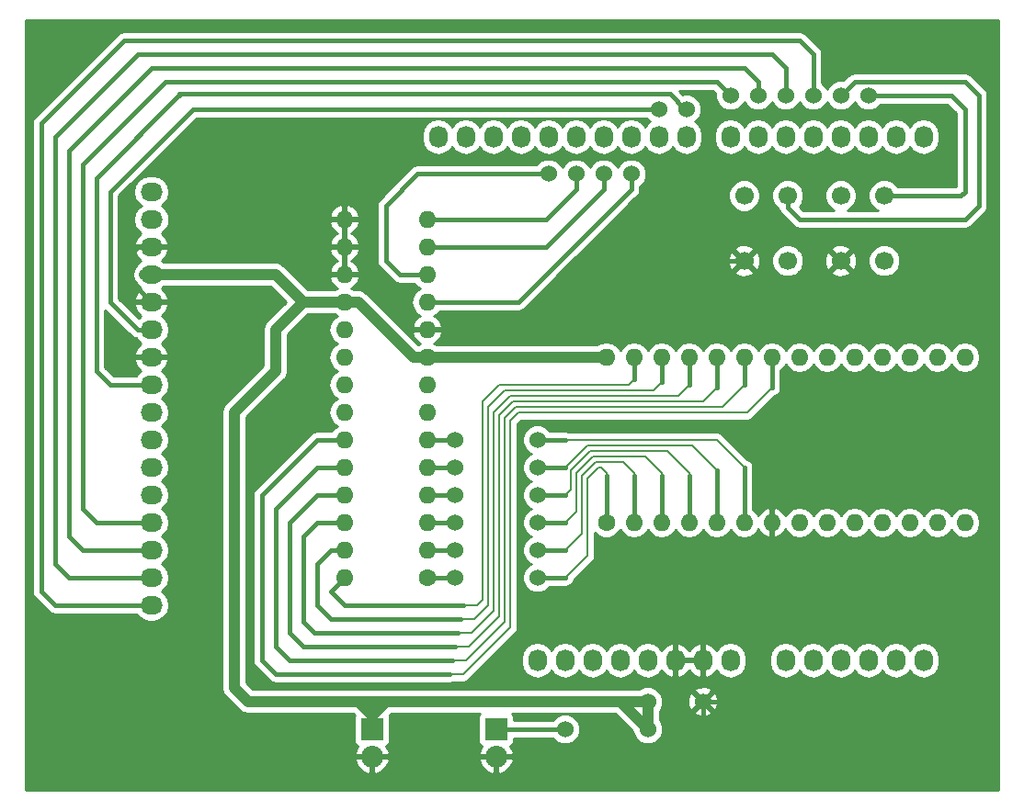
<source format=gbr>
G04 #@! TF.FileFunction,Copper,L2,Bot,Signal*
%FSLAX46Y46*%
G04 Gerber Fmt 4.6, Leading zero omitted, Abs format (unit mm)*
G04 Created by KiCad (PCBNEW 4.0.1-stable) date 2017/02/01 16:31:02*
%MOMM*%
G01*
G04 APERTURE LIST*
%ADD10C,0.100000*%
%ADD11O,1.727200X2.032000*%
%ADD12C,1.524000*%
%ADD13C,1.600000*%
%ADD14O,1.600000X1.600000*%
%ADD15O,2.032000X1.727200*%
%ADD16C,1.700000*%
%ADD17R,2.032000X2.032000*%
%ADD18O,2.032000X2.032000*%
%ADD19C,1.000000*%
%ADD20C,0.400000*%
%ADD21C,0.200000*%
%ADD22C,0.254000*%
G04 APERTURE END LIST*
D10*
D11*
X161798000Y-123825000D03*
X164338000Y-123825000D03*
X166878000Y-123825000D03*
X169418000Y-123825000D03*
X171958000Y-123825000D03*
X174498000Y-123825000D03*
D12*
X149098000Y-130175000D03*
X141478000Y-130175000D03*
D11*
X138938000Y-123825000D03*
X141478000Y-123825000D03*
X144018000Y-123825000D03*
X146558000Y-123825000D03*
X149098000Y-123825000D03*
X151638000Y-123825000D03*
X154178000Y-123825000D03*
X156718000Y-123825000D03*
X129794000Y-75565000D03*
X132334000Y-75565000D03*
X134874000Y-75565000D03*
X137414000Y-75565000D03*
X139954000Y-75565000D03*
X142494000Y-75565000D03*
X145034000Y-75565000D03*
X147574000Y-75565000D03*
X150114000Y-75565000D03*
X152654000Y-75565000D03*
X156718000Y-75565000D03*
X159258000Y-75565000D03*
X161798000Y-75565000D03*
X164338000Y-75565000D03*
X166878000Y-75565000D03*
X169418000Y-75565000D03*
X171958000Y-75565000D03*
X174498000Y-75565000D03*
D13*
X145288000Y-111125000D03*
D14*
X178308000Y-95885000D03*
X147828000Y-111125000D03*
X175768000Y-95885000D03*
X150368000Y-111125000D03*
X173228000Y-95885000D03*
X152908000Y-111125000D03*
X170688000Y-95885000D03*
X155448000Y-111125000D03*
X168148000Y-95885000D03*
X157988000Y-111125000D03*
X165608000Y-95885000D03*
X160528000Y-111125000D03*
X163068000Y-95885000D03*
X163068000Y-111125000D03*
X160528000Y-95885000D03*
X165608000Y-111125000D03*
X157988000Y-95885000D03*
X168148000Y-111125000D03*
X155448000Y-95885000D03*
X170688000Y-111125000D03*
X152908000Y-95885000D03*
X173228000Y-111125000D03*
X150368000Y-95885000D03*
X175768000Y-111125000D03*
X147828000Y-95885000D03*
X178308000Y-111125000D03*
X145288000Y-95885000D03*
D15*
X103378000Y-118745000D03*
X103378000Y-116205000D03*
X103378000Y-113665000D03*
X103378000Y-111125000D03*
X103378000Y-108585000D03*
X103378000Y-106045000D03*
X103378000Y-103505000D03*
X103378000Y-100965000D03*
X103378000Y-98425000D03*
X103378000Y-95885000D03*
X103378000Y-93345000D03*
X103378000Y-90805000D03*
X103378000Y-88265000D03*
X103378000Y-85725000D03*
X103378000Y-83185000D03*
X103378000Y-80645000D03*
D16*
X170878000Y-80995000D03*
X170878000Y-86995000D03*
X166878000Y-80995000D03*
X166878000Y-86995000D03*
X161988000Y-80995000D03*
X161988000Y-86995000D03*
X157988000Y-80995000D03*
X157988000Y-86995000D03*
D13*
X128778000Y-116205000D03*
D14*
X121158000Y-83185000D03*
X128778000Y-113665000D03*
X121158000Y-85725000D03*
X128778000Y-111125000D03*
X121158000Y-88265000D03*
X128778000Y-108585000D03*
X121158000Y-90805000D03*
X128778000Y-106045000D03*
X121158000Y-93345000D03*
X128778000Y-103505000D03*
X121158000Y-95885000D03*
X128778000Y-100965000D03*
X121158000Y-98425000D03*
X128778000Y-98425000D03*
X121158000Y-100965000D03*
X128778000Y-95885000D03*
X121158000Y-103505000D03*
X128778000Y-93345000D03*
X121158000Y-106045000D03*
X128778000Y-90805000D03*
X121158000Y-108585000D03*
X128778000Y-88265000D03*
X121158000Y-111125000D03*
X128778000Y-85725000D03*
X121158000Y-113665000D03*
X128778000Y-83185000D03*
X121158000Y-116205000D03*
D17*
X123698000Y-130175000D03*
D18*
X123698000Y-132715000D03*
D17*
X135128000Y-130175000D03*
D18*
X135128000Y-132715000D03*
D12*
X150114000Y-73025000D03*
X152654000Y-73025000D03*
X156718000Y-71755000D03*
X159258000Y-71755000D03*
X161798000Y-71755000D03*
X164338000Y-71755000D03*
X166878000Y-71755000D03*
X169418000Y-71755000D03*
X139954000Y-78994000D03*
X142494000Y-78994000D03*
X145034000Y-78994000D03*
X147574000Y-78994000D03*
X131318000Y-103505000D03*
X131318000Y-106045000D03*
X131318000Y-108585000D03*
X131318000Y-111125000D03*
X131318000Y-113665000D03*
X131318000Y-116205000D03*
X138938000Y-113665000D03*
X138938000Y-111125000D03*
X138938000Y-116205000D03*
X138938000Y-108585000D03*
X138938000Y-106045000D03*
X138938000Y-103505000D03*
X149098000Y-127635000D03*
X154178000Y-127635000D03*
D19*
X149098000Y-130175000D02*
X146558000Y-127635000D01*
X146558000Y-127635000D02*
X146812000Y-127635000D01*
X149098000Y-127635000D02*
X149098000Y-130175000D01*
X124968000Y-127635000D02*
X146812000Y-127635000D01*
X146812000Y-127635000D02*
X149098000Y-127635000D01*
X114808000Y-95885000D02*
X114808000Y-93345000D01*
X114808000Y-93345000D02*
X117348000Y-90805000D01*
X124968000Y-127635000D02*
X123698000Y-128905000D01*
X122428000Y-127635000D02*
X123698000Y-128905000D01*
X110998000Y-100965000D02*
X110998000Y-126365000D01*
X114808000Y-95885000D02*
X114808000Y-97155000D01*
X113538000Y-98425000D02*
X114808000Y-97155000D01*
X113538000Y-98425000D02*
X110998000Y-100965000D01*
X110998000Y-126365000D02*
X112268000Y-127635000D01*
D20*
X123698000Y-130175000D02*
X123698000Y-128905000D01*
D19*
X123698000Y-128905000D02*
X123698000Y-127635000D01*
X112268000Y-127635000D02*
X122428000Y-127635000D01*
X122428000Y-127635000D02*
X123698000Y-127635000D01*
X123698000Y-127635000D02*
X124968000Y-127635000D01*
X128778000Y-95885000D02*
X145288000Y-95885000D01*
X102743000Y-88265000D02*
X114808000Y-88265000D01*
X117348000Y-90805000D02*
X121158000Y-90805000D01*
X114808000Y-88265000D02*
X117348000Y-90805000D01*
X128778000Y-95885000D02*
X127508000Y-95885000D01*
X122428000Y-90805000D02*
X121158000Y-90805000D01*
X127508000Y-95885000D02*
X122428000Y-90805000D01*
D20*
X103378000Y-90805000D02*
X105918000Y-90805000D01*
X105918000Y-95885000D02*
X103378000Y-95885000D01*
X107188000Y-94615000D02*
X105918000Y-95885000D01*
X107188000Y-92075000D02*
X107188000Y-94615000D01*
X105918000Y-90805000D02*
X107188000Y-92075000D01*
X103378000Y-85725000D02*
X102108000Y-85725000D01*
X100838000Y-88265000D02*
X103378000Y-90805000D01*
X100838000Y-86995000D02*
X100838000Y-88265000D01*
X102108000Y-85725000D02*
X100838000Y-86995000D01*
X166878000Y-86995000D02*
X169418000Y-89535000D01*
X160528000Y-104775000D02*
X161798000Y-103505000D01*
X161798000Y-103505000D02*
X179578000Y-103505000D01*
X179578000Y-103505000D02*
X180848000Y-102235000D01*
X180848000Y-102235000D02*
X180848000Y-90805000D01*
X180848000Y-90805000D02*
X178308000Y-88265000D01*
X160528000Y-104775000D02*
X160528000Y-111125000D01*
X173228000Y-88265000D02*
X178308000Y-88265000D01*
X171958000Y-89535000D02*
X173228000Y-88265000D01*
X169418000Y-89535000D02*
X171958000Y-89535000D01*
X154178000Y-127635000D02*
X154178000Y-132715000D01*
X154178000Y-132715000D02*
X135128000Y-132715000D01*
X157988000Y-86995000D02*
X160528000Y-89535000D01*
X160528000Y-89535000D02*
X164338000Y-89535000D01*
X157988000Y-127635000D02*
X159258000Y-126365000D01*
X155448000Y-127635000D02*
X154178000Y-127635000D01*
X157988000Y-127635000D02*
X155448000Y-127635000D01*
X160528000Y-121285000D02*
X159258000Y-122555000D01*
X159258000Y-122555000D02*
X159258000Y-126365000D01*
X160528000Y-111125000D02*
X160528000Y-121285000D01*
X103378000Y-85725000D02*
X121158000Y-85725000D01*
X166878000Y-86995000D02*
X164338000Y-89535000D01*
X123698000Y-132715000D02*
X135128000Y-132715000D01*
X121158000Y-83185000D02*
X121158000Y-88265000D01*
X121158000Y-88265000D02*
X122428000Y-88265000D01*
X122428000Y-88265000D02*
X127508000Y-93345000D01*
X127508000Y-93345000D02*
X128778000Y-93345000D01*
X128778000Y-93345000D02*
X138938000Y-93345000D01*
X138938000Y-93345000D02*
X145288000Y-86995000D01*
X145288000Y-86995000D02*
X157988000Y-86995000D01*
X103378000Y-93345000D02*
X102108000Y-93345000D01*
X107188000Y-73025000D02*
X117348000Y-73025000D01*
X99568000Y-80645000D02*
X107188000Y-73025000D01*
X99568000Y-90805000D02*
X99568000Y-80645000D01*
X102108000Y-93345000D02*
X99568000Y-90805000D01*
X150114000Y-73025000D02*
X143383000Y-73025000D01*
X143383000Y-73025000D02*
X117348000Y-73025000D01*
X152654000Y-73025000D02*
X152527000Y-73025000D01*
X152527000Y-73025000D02*
X151130000Y-71628000D01*
X98298000Y-79375000D02*
X106045000Y-71628000D01*
X105918000Y-71755000D02*
X105918000Y-71628000D01*
X106045000Y-71628000D02*
X105918000Y-71755000D01*
X103378000Y-98425000D02*
X99568000Y-98425000D01*
X98298000Y-97155000D02*
X98298000Y-79375000D01*
X99568000Y-98425000D02*
X98298000Y-97155000D01*
X105918000Y-71628000D02*
X143256000Y-71628000D01*
X151130000Y-71628000D02*
X143256000Y-71628000D01*
X104648000Y-70485000D02*
X97028000Y-78105000D01*
X155448000Y-70485000D02*
X156718000Y-71755000D01*
X97028000Y-109855000D02*
X98298000Y-111125000D01*
X97028000Y-109855000D02*
X97028000Y-78105000D01*
X100838000Y-111125000D02*
X102743000Y-111125000D01*
X100838000Y-111125000D02*
X98298000Y-111125000D01*
X104648000Y-70485000D02*
X155448000Y-70485000D01*
X103378000Y-69215000D02*
X95758000Y-76835000D01*
X157988000Y-69215000D02*
X159258000Y-70485000D01*
X95758000Y-112395000D02*
X97028000Y-113665000D01*
X102743000Y-113665000D02*
X100838000Y-113665000D01*
X159258000Y-71755000D02*
X159258000Y-70485000D01*
X97028000Y-113665000D02*
X100838000Y-113665000D01*
X95758000Y-76835000D02*
X95758000Y-112395000D01*
X157988000Y-69215000D02*
X103378000Y-69215000D01*
X160528000Y-67945000D02*
X161798000Y-69215000D01*
X161798000Y-71755000D02*
X161798000Y-69215000D01*
X102108000Y-67945000D02*
X160528000Y-67945000D01*
X102743000Y-116205000D02*
X100838000Y-116205000D01*
X102108000Y-67945000D02*
X94488000Y-75565000D01*
X94488000Y-114935000D02*
X95758000Y-116205000D01*
X94488000Y-114935000D02*
X94488000Y-75565000D01*
X100838000Y-116205000D02*
X95758000Y-116205000D01*
X93218000Y-74295000D02*
X93218000Y-117475000D01*
X163068000Y-66675000D02*
X100838000Y-66675000D01*
X94488000Y-118745000D02*
X100838000Y-118745000D01*
X164338000Y-71755000D02*
X164338000Y-67945000D01*
X100838000Y-118745000D02*
X102743000Y-118745000D01*
X93218000Y-117475000D02*
X94488000Y-118745000D01*
X163068000Y-66675000D02*
X164338000Y-67945000D01*
X100838000Y-66675000D02*
X93218000Y-74295000D01*
X166878000Y-71755000D02*
X168148000Y-70485000D01*
X178308000Y-70485000D02*
X179578000Y-71755000D01*
X178308000Y-83185000D02*
X179578000Y-81915000D01*
X179578000Y-71755000D02*
X179578000Y-81915000D01*
X168148000Y-70485000D02*
X178308000Y-70485000D01*
X161988000Y-82105000D02*
X161988000Y-80995000D01*
X163068000Y-83185000D02*
X161988000Y-82105000D01*
X178308000Y-83185000D02*
X163068000Y-83185000D01*
X177038000Y-71755000D02*
X178308000Y-73025000D01*
X169418000Y-71755000D02*
X177038000Y-71755000D01*
X177958000Y-80995000D02*
X170878000Y-80995000D01*
X178308000Y-80645000D02*
X177958000Y-80995000D01*
X178308000Y-73025000D02*
X178308000Y-80645000D01*
X128778000Y-78994000D02*
X127889000Y-78994000D01*
X127889000Y-78994000D02*
X124968000Y-81915000D01*
X126238000Y-88265000D02*
X124968000Y-86995000D01*
X124968000Y-86995000D02*
X124968000Y-81915000D01*
X128778000Y-88265000D02*
X126238000Y-88265000D01*
X128778000Y-78994000D02*
X139954000Y-78994000D01*
X147574000Y-78994000D02*
X147574000Y-80391000D01*
X137160000Y-90805000D02*
X136398000Y-90805000D01*
X147574000Y-80391000D02*
X137160000Y-90805000D01*
X147574000Y-78994000D02*
X147574000Y-79629000D01*
X136398000Y-90805000D02*
X128778000Y-90805000D01*
X142494000Y-78994000D02*
X142494000Y-80391000D01*
X139700000Y-83185000D02*
X137668000Y-83185000D01*
X142494000Y-80391000D02*
X139700000Y-83185000D01*
X128778000Y-83185000D02*
X137668000Y-83185000D01*
X145034000Y-78994000D02*
X145034000Y-80391000D01*
X139700000Y-85725000D02*
X138938000Y-85725000D01*
X145034000Y-80391000D02*
X139700000Y-85725000D01*
X145034000Y-78994000D02*
X145034000Y-79629000D01*
X138938000Y-85725000D02*
X128778000Y-85725000D01*
X145288000Y-108585000D02*
X145288000Y-106807000D01*
D21*
X144526000Y-106045000D02*
X143510000Y-107061000D01*
X143510000Y-107061000D02*
X143510000Y-114173000D01*
X143510000Y-114173000D02*
X141478000Y-116205000D01*
D20*
X141478000Y-116205000D02*
X138938000Y-116205000D01*
D21*
X144780000Y-106045000D02*
X145288000Y-106553000D01*
D20*
X145288000Y-111125000D02*
X145288000Y-108585000D01*
D21*
X145288000Y-106807000D02*
X145288000Y-106553000D01*
X144780000Y-106045000D02*
X144526000Y-106045000D01*
D20*
X128778000Y-116205000D02*
X131318000Y-116205000D01*
X147828000Y-108585000D02*
X147828000Y-106807000D01*
D21*
X144272000Y-105537000D02*
X143002000Y-106807000D01*
X143002000Y-106807000D02*
X143002000Y-112141000D01*
X143002000Y-112141000D02*
X141478000Y-113665000D01*
D20*
X141478000Y-113665000D02*
X138938000Y-113665000D01*
D21*
X146812000Y-105537000D02*
X147828000Y-106553000D01*
D20*
X147828000Y-111125000D02*
X147828000Y-108585000D01*
D21*
X147828000Y-106807000D02*
X147828000Y-106553000D01*
X146812000Y-105537000D02*
X144272000Y-105537000D01*
D20*
X128778000Y-113665000D02*
X131318000Y-113665000D01*
X150368000Y-108585000D02*
X150368000Y-106807000D01*
X150368000Y-111125000D02*
X150368000Y-108585000D01*
D21*
X150368000Y-106553000D02*
X150368000Y-106807000D01*
X148844000Y-105029000D02*
X150368000Y-106553000D01*
D20*
X141478000Y-111125000D02*
X138938000Y-111125000D01*
D21*
X142494000Y-110109000D02*
X141478000Y-111125000D01*
X142494000Y-106553000D02*
X142494000Y-110109000D01*
X144018000Y-105029000D02*
X142494000Y-106553000D01*
X148844000Y-105029000D02*
X144018000Y-105029000D01*
D20*
X128778000Y-111125000D02*
X131318000Y-111125000D01*
X152908000Y-108585000D02*
X152908000Y-106807000D01*
X152908000Y-111125000D02*
X152908000Y-108585000D01*
D21*
X152908000Y-106553000D02*
X152908000Y-106807000D01*
X150876000Y-104521000D02*
X152908000Y-106553000D01*
D20*
X141478000Y-108585000D02*
X138938000Y-108585000D01*
D21*
X141986000Y-108077000D02*
X141478000Y-108585000D01*
X141986000Y-106299000D02*
X141986000Y-108077000D01*
X143764000Y-104521000D02*
X141986000Y-106299000D01*
X150876000Y-104521000D02*
X143764000Y-104521000D01*
D20*
X128778000Y-108585000D02*
X131318000Y-108585000D01*
X155448000Y-106299000D02*
X155448000Y-106553000D01*
D21*
X143510000Y-104013000D02*
X153162000Y-104013000D01*
X153162000Y-104013000D02*
X155448000Y-106299000D01*
D20*
X141478000Y-106045000D02*
X138938000Y-106045000D01*
D21*
X143510000Y-104013000D02*
X141478000Y-106045000D01*
D20*
X155448000Y-111125000D02*
X155448000Y-109093000D01*
X155448000Y-106553000D02*
X155448000Y-109093000D01*
X128778000Y-106045000D02*
X131318000Y-106045000D01*
X157988000Y-106045000D02*
X157988000Y-108839000D01*
D21*
X155448000Y-103505000D02*
X141478000Y-103505000D01*
D20*
X141478000Y-103505000D02*
X138938000Y-103505000D01*
D21*
X154940000Y-103505000D02*
X155448000Y-103505000D01*
D20*
X157988000Y-108839000D02*
X157988000Y-111125000D01*
D21*
X155448000Y-103505000D02*
X157988000Y-106045000D01*
D20*
X128778000Y-103505000D02*
X131318000Y-103505000D01*
D21*
X158242000Y-100965000D02*
X160528000Y-98679000D01*
D20*
X160528000Y-95885000D02*
X160528000Y-98679000D01*
D21*
X137160000Y-100965000D02*
X158242000Y-100965000D01*
X136398000Y-101727000D02*
X137160000Y-100965000D01*
D20*
X118618000Y-103505000D02*
X113538000Y-108585000D01*
X130810000Y-125095000D02*
X128778000Y-125095000D01*
D21*
X136398000Y-120777000D02*
X136398000Y-101727000D01*
X132080000Y-125095000D02*
X131064000Y-125095000D01*
D20*
X113538000Y-123825000D02*
X114808000Y-125095000D01*
X113538000Y-108585000D02*
X113538000Y-123825000D01*
X118618000Y-103505000D02*
X121158000Y-103505000D01*
X114808000Y-125095000D02*
X128778000Y-125095000D01*
D21*
X131064000Y-125095000D02*
X130810000Y-125095000D01*
X132080000Y-125095000D02*
X136398000Y-120777000D01*
D20*
X118618000Y-106045000D02*
X114808000Y-109855000D01*
X116078000Y-123825000D02*
X131064000Y-123825000D01*
D21*
X135890000Y-101473000D02*
X136906000Y-100457000D01*
X132334000Y-123825000D02*
X131826000Y-123825000D01*
D20*
X121158000Y-106045000D02*
X118618000Y-106045000D01*
X114808000Y-109855000D02*
X114808000Y-122555000D01*
X114808000Y-122555000D02*
X116078000Y-123825000D01*
D21*
X131826000Y-123825000D02*
X131064000Y-123825000D01*
X135890000Y-120269000D02*
X132334000Y-123825000D01*
X135890000Y-120269000D02*
X135890000Y-101473000D01*
X136906000Y-100457000D02*
X155956000Y-100457000D01*
D20*
X157988000Y-98425000D02*
X157988000Y-95885000D01*
D21*
X155956000Y-100457000D02*
X157988000Y-98425000D01*
D20*
X118618000Y-108585000D02*
X116078000Y-111125000D01*
D21*
X135382000Y-101473000D02*
X135382000Y-101219000D01*
D20*
X155448000Y-95885000D02*
X155448000Y-98679000D01*
D21*
X154178000Y-99949000D02*
X155448000Y-98679000D01*
X135382000Y-119761000D02*
X132588000Y-122555000D01*
X132588000Y-122555000D02*
X132334000Y-122555000D01*
X131572000Y-122555000D02*
X131318000Y-122555000D01*
D20*
X116078000Y-121285000D02*
X117348000Y-122555000D01*
X118618000Y-108585000D02*
X121158000Y-108585000D01*
X116078000Y-111125000D02*
X116078000Y-121285000D01*
X117348000Y-122555000D02*
X131318000Y-122555000D01*
D21*
X132334000Y-122555000D02*
X131572000Y-122555000D01*
X135382000Y-101473000D02*
X135382000Y-119761000D01*
X136652000Y-99949000D02*
X154178000Y-99949000D01*
X135382000Y-101219000D02*
X136652000Y-99949000D01*
X134874000Y-100965000D02*
X136398000Y-99441000D01*
X151892000Y-99441000D02*
X152908000Y-98425000D01*
D20*
X152908000Y-95885000D02*
X152908000Y-98425000D01*
D21*
X134874000Y-119253000D02*
X132842000Y-121285000D01*
X132842000Y-121285000D02*
X131572000Y-121285000D01*
D20*
X118618000Y-111125000D02*
X121158000Y-111125000D01*
X117348000Y-112395000D02*
X117348000Y-120015000D01*
X118618000Y-111125000D02*
X117348000Y-112395000D01*
X117348000Y-120269000D02*
X118364000Y-121285000D01*
X117348000Y-120015000D02*
X117348000Y-120269000D01*
X118364000Y-121285000D02*
X131572000Y-121285000D01*
D21*
X134874000Y-100965000D02*
X134874000Y-119253000D01*
X136398000Y-99441000D02*
X151892000Y-99441000D01*
D20*
X118618000Y-118745000D02*
X119888000Y-120015000D01*
D21*
X135890000Y-98933000D02*
X149606000Y-98933000D01*
D20*
X150368000Y-95885000D02*
X150368000Y-98171000D01*
D21*
X149606000Y-98933000D02*
X150368000Y-98171000D01*
D20*
X119888000Y-113665000D02*
X121158000Y-113665000D01*
X119888000Y-113665000D02*
X118618000Y-114935000D01*
X118618000Y-118745000D02*
X118618000Y-114935000D01*
X119888000Y-120015000D02*
X131826000Y-120015000D01*
D21*
X133096000Y-120015000D02*
X131826000Y-120015000D01*
X135890000Y-98933000D02*
X134366000Y-100457000D01*
X134366000Y-100457000D02*
X134366000Y-118745000D01*
X134366000Y-118745000D02*
X133096000Y-120015000D01*
D20*
X121158000Y-116205000D02*
X119888000Y-117475000D01*
X119888000Y-117475000D02*
X121158000Y-118745000D01*
X121158000Y-118745000D02*
X132080000Y-118745000D01*
D21*
X132080000Y-118745000D02*
X133350000Y-118745000D01*
X133350000Y-118745000D02*
X133858000Y-118237000D01*
X147320000Y-98425000D02*
X147828000Y-97917000D01*
D20*
X147828000Y-97917000D02*
X147828000Y-95885000D01*
D21*
X135382000Y-98425000D02*
X147320000Y-98425000D01*
X133858000Y-99949000D02*
X135382000Y-98425000D01*
X133858000Y-118237000D02*
X133858000Y-99949000D01*
D20*
X135128000Y-130175000D02*
X141478000Y-130175000D01*
D22*
G36*
X181408000Y-135815000D02*
X91821000Y-135815000D01*
X91821000Y-133097946D01*
X122092017Y-133097946D01*
X122360812Y-133683379D01*
X122833182Y-134121385D01*
X123315056Y-134320975D01*
X123571000Y-134201836D01*
X123571000Y-132842000D01*
X123825000Y-132842000D01*
X123825000Y-134201836D01*
X124080944Y-134320975D01*
X124562818Y-134121385D01*
X125035188Y-133683379D01*
X125303983Y-133097946D01*
X133522017Y-133097946D01*
X133790812Y-133683379D01*
X134263182Y-134121385D01*
X134745056Y-134320975D01*
X135001000Y-134201836D01*
X135001000Y-132842000D01*
X135255000Y-132842000D01*
X135255000Y-134201836D01*
X135510944Y-134320975D01*
X135992818Y-134121385D01*
X136465188Y-133683379D01*
X136733983Y-133097946D01*
X136615367Y-132842000D01*
X135255000Y-132842000D01*
X135001000Y-132842000D01*
X133640633Y-132842000D01*
X133522017Y-133097946D01*
X125303983Y-133097946D01*
X125185367Y-132842000D01*
X123825000Y-132842000D01*
X123571000Y-132842000D01*
X122210633Y-132842000D01*
X122092017Y-133097946D01*
X91821000Y-133097946D01*
X91821000Y-74295000D01*
X92383000Y-74295000D01*
X92383000Y-117475000D01*
X92446561Y-117794541D01*
X92590526Y-118010000D01*
X92627566Y-118065434D01*
X93897566Y-119335434D01*
X94168459Y-119516439D01*
X94488000Y-119580000D01*
X101983465Y-119580000D01*
X102133585Y-119804670D01*
X102619766Y-120129526D01*
X103193255Y-120243600D01*
X103562745Y-120243600D01*
X104136234Y-120129526D01*
X104622415Y-119804670D01*
X104947271Y-119318489D01*
X105061345Y-118745000D01*
X104947271Y-118171511D01*
X104622415Y-117685330D01*
X104307634Y-117475000D01*
X104622415Y-117264670D01*
X104947271Y-116778489D01*
X105061345Y-116205000D01*
X104947271Y-115631511D01*
X104622415Y-115145330D01*
X104307634Y-114935000D01*
X104622415Y-114724670D01*
X104947271Y-114238489D01*
X105061345Y-113665000D01*
X104947271Y-113091511D01*
X104622415Y-112605330D01*
X104307634Y-112395000D01*
X104622415Y-112184670D01*
X104947271Y-111698489D01*
X105061345Y-111125000D01*
X104947271Y-110551511D01*
X104622415Y-110065330D01*
X104307634Y-109855000D01*
X104622415Y-109644670D01*
X104947271Y-109158489D01*
X105061345Y-108585000D01*
X104947271Y-108011511D01*
X104622415Y-107525330D01*
X104307634Y-107315000D01*
X104622415Y-107104670D01*
X104947271Y-106618489D01*
X105061345Y-106045000D01*
X104947271Y-105471511D01*
X104622415Y-104985330D01*
X104307634Y-104775000D01*
X104622415Y-104564670D01*
X104947271Y-104078489D01*
X105061345Y-103505000D01*
X104947271Y-102931511D01*
X104622415Y-102445330D01*
X104307634Y-102235000D01*
X104622415Y-102024670D01*
X104947271Y-101538489D01*
X105061345Y-100965000D01*
X104947271Y-100391511D01*
X104622415Y-99905330D01*
X104307634Y-99695000D01*
X104622415Y-99484670D01*
X104947271Y-98998489D01*
X105061345Y-98425000D01*
X104947271Y-97851511D01*
X104622415Y-97365330D01*
X104312931Y-97158539D01*
X104728732Y-96787036D01*
X104982709Y-96259791D01*
X104985358Y-96244026D01*
X104864217Y-96012000D01*
X103505000Y-96012000D01*
X103505000Y-96032000D01*
X103251000Y-96032000D01*
X103251000Y-96012000D01*
X101891783Y-96012000D01*
X101770642Y-96244026D01*
X101773291Y-96259791D01*
X102027268Y-96787036D01*
X102443069Y-97158539D01*
X102133585Y-97365330D01*
X101983465Y-97590000D01*
X99913868Y-97590000D01*
X99133000Y-96809132D01*
X99133000Y-91550868D01*
X101517566Y-93935434D01*
X101788459Y-94116439D01*
X101964376Y-94151431D01*
X102133585Y-94404670D01*
X102443069Y-94611461D01*
X102027268Y-94982964D01*
X101773291Y-95510209D01*
X101770642Y-95525974D01*
X101891783Y-95758000D01*
X103251000Y-95758000D01*
X103251000Y-95738000D01*
X103505000Y-95738000D01*
X103505000Y-95758000D01*
X104864217Y-95758000D01*
X104985358Y-95525974D01*
X104982709Y-95510209D01*
X104728732Y-94982964D01*
X104312931Y-94611461D01*
X104622415Y-94404670D01*
X104947271Y-93918489D01*
X105061345Y-93345000D01*
X104947271Y-92771511D01*
X104622415Y-92285330D01*
X104312931Y-92078539D01*
X104728732Y-91707036D01*
X104982709Y-91179791D01*
X104985358Y-91164026D01*
X104864217Y-90932000D01*
X103505000Y-90932000D01*
X103505000Y-90952000D01*
X103251000Y-90952000D01*
X103251000Y-90932000D01*
X101891783Y-90932000D01*
X101770642Y-91164026D01*
X101773291Y-91179791D01*
X102027268Y-91707036D01*
X102443069Y-92078539D01*
X102190901Y-92247033D01*
X100403000Y-90459132D01*
X100403000Y-88265000D01*
X101608000Y-88265000D01*
X101694397Y-88699346D01*
X101940434Y-89067566D01*
X101979021Y-89093349D01*
X102133585Y-89324670D01*
X102443069Y-89531461D01*
X102027268Y-89902964D01*
X101773291Y-90430209D01*
X101770642Y-90445974D01*
X101891783Y-90678000D01*
X103251000Y-90678000D01*
X103251000Y-90658000D01*
X103505000Y-90658000D01*
X103505000Y-90678000D01*
X104864217Y-90678000D01*
X104985358Y-90445974D01*
X104982709Y-90430209D01*
X104728732Y-89902964D01*
X104312931Y-89531461D01*
X104509676Y-89400000D01*
X114337868Y-89400000D01*
X115742867Y-90805000D01*
X114005434Y-92542434D01*
X113759397Y-92910654D01*
X113673000Y-93345000D01*
X113673000Y-96684868D01*
X112735436Y-97622432D01*
X112735433Y-97622434D01*
X110195434Y-100162434D01*
X109949397Y-100530654D01*
X109863000Y-100965000D01*
X109863000Y-126365000D01*
X109949397Y-126799346D01*
X110195434Y-127167566D01*
X111465434Y-128437566D01*
X111833654Y-128683603D01*
X112268000Y-128770000D01*
X121957868Y-128770000D01*
X122089388Y-128901520D01*
X122085569Y-128907110D01*
X122034560Y-129159000D01*
X122034560Y-131191000D01*
X122078838Y-131426317D01*
X122217910Y-131642441D01*
X122364872Y-131742856D01*
X122360812Y-131746621D01*
X122092017Y-132332054D01*
X122210633Y-132588000D01*
X123571000Y-132588000D01*
X123571000Y-132568000D01*
X123825000Y-132568000D01*
X123825000Y-132588000D01*
X125185367Y-132588000D01*
X125303983Y-132332054D01*
X125035188Y-131746621D01*
X125030276Y-131742066D01*
X125165441Y-131655090D01*
X125310431Y-131442890D01*
X125361440Y-131191000D01*
X125361440Y-129159000D01*
X125317162Y-128923683D01*
X125304354Y-128903778D01*
X125438132Y-128770000D01*
X133609252Y-128770000D01*
X133515569Y-128907110D01*
X133464560Y-129159000D01*
X133464560Y-131191000D01*
X133508838Y-131426317D01*
X133647910Y-131642441D01*
X133794872Y-131742856D01*
X133790812Y-131746621D01*
X133522017Y-132332054D01*
X133640633Y-132588000D01*
X135001000Y-132588000D01*
X135001000Y-132568000D01*
X135255000Y-132568000D01*
X135255000Y-132588000D01*
X136615367Y-132588000D01*
X136733983Y-132332054D01*
X136465188Y-131746621D01*
X136460276Y-131742066D01*
X136595441Y-131655090D01*
X136740431Y-131442890D01*
X136791440Y-131191000D01*
X136791440Y-131010000D01*
X140337609Y-131010000D01*
X140685630Y-131358629D01*
X141198900Y-131571757D01*
X141754661Y-131572242D01*
X142268303Y-131360010D01*
X142661629Y-130967370D01*
X142874757Y-130454100D01*
X142875242Y-129898339D01*
X142663010Y-129384697D01*
X142270370Y-128991371D01*
X141757100Y-128778243D01*
X141201339Y-128777758D01*
X140687697Y-128989990D01*
X140337075Y-129340000D01*
X136791440Y-129340000D01*
X136791440Y-129159000D01*
X136747162Y-128923683D01*
X136648270Y-128770000D01*
X146087868Y-128770000D01*
X147700818Y-130382951D01*
X147700758Y-130451661D01*
X147912990Y-130965303D01*
X148305630Y-131358629D01*
X148818900Y-131571757D01*
X149374661Y-131572242D01*
X149888303Y-131360010D01*
X150281629Y-130967370D01*
X150494757Y-130454100D01*
X150495242Y-129898339D01*
X150283010Y-129384697D01*
X150233000Y-129334600D01*
X150233000Y-128615213D01*
X153377392Y-128615213D01*
X153446857Y-128857397D01*
X153970302Y-129044144D01*
X154525368Y-129016362D01*
X154909143Y-128857397D01*
X154978608Y-128615213D01*
X154178000Y-127814605D01*
X153377392Y-128615213D01*
X150233000Y-128615213D01*
X150233000Y-128475914D01*
X150281629Y-128427370D01*
X150494757Y-127914100D01*
X150495181Y-127427302D01*
X152768856Y-127427302D01*
X152796638Y-127982368D01*
X152955603Y-128366143D01*
X153197787Y-128435608D01*
X153998395Y-127635000D01*
X154357605Y-127635000D01*
X155158213Y-128435608D01*
X155400397Y-128366143D01*
X155587144Y-127842698D01*
X155559362Y-127287632D01*
X155400397Y-126903857D01*
X155158213Y-126834392D01*
X154357605Y-127635000D01*
X153998395Y-127635000D01*
X153197787Y-126834392D01*
X152955603Y-126903857D01*
X152768856Y-127427302D01*
X150495181Y-127427302D01*
X150495242Y-127358339D01*
X150283010Y-126844697D01*
X150093432Y-126654787D01*
X153377392Y-126654787D01*
X154178000Y-127455395D01*
X154978608Y-126654787D01*
X154909143Y-126412603D01*
X154385698Y-126225856D01*
X153830632Y-126253638D01*
X153446857Y-126412603D01*
X153377392Y-126654787D01*
X150093432Y-126654787D01*
X149890370Y-126451371D01*
X149377100Y-126238243D01*
X148821339Y-126237758D01*
X148307697Y-126449990D01*
X148257600Y-126500000D01*
X112738132Y-126500000D01*
X112133000Y-125894868D01*
X112133000Y-101435132D01*
X114340566Y-99227567D01*
X114340568Y-99227564D01*
X115610566Y-97957566D01*
X115655894Y-97889728D01*
X115856603Y-97589346D01*
X115943000Y-97155000D01*
X115943000Y-93815132D01*
X117818133Y-91940000D01*
X120295233Y-91940000D01*
X120497275Y-92075000D01*
X120115189Y-92330302D01*
X119804120Y-92795849D01*
X119694887Y-93345000D01*
X119804120Y-93894151D01*
X120115189Y-94359698D01*
X120497275Y-94615000D01*
X120115189Y-94870302D01*
X119804120Y-95335849D01*
X119694887Y-95885000D01*
X119804120Y-96434151D01*
X120115189Y-96899698D01*
X120497275Y-97155000D01*
X120115189Y-97410302D01*
X119804120Y-97875849D01*
X119694887Y-98425000D01*
X119804120Y-98974151D01*
X120115189Y-99439698D01*
X120497275Y-99695000D01*
X120115189Y-99950302D01*
X119804120Y-100415849D01*
X119694887Y-100965000D01*
X119804120Y-101514151D01*
X120115189Y-101979698D01*
X120497275Y-102235000D01*
X120115189Y-102490302D01*
X119995118Y-102670000D01*
X118618000Y-102670000D01*
X118298459Y-102733561D01*
X118160191Y-102825949D01*
X118027566Y-102914566D01*
X112947566Y-107994566D01*
X112766561Y-108265459D01*
X112703000Y-108585000D01*
X112703000Y-123825000D01*
X112766561Y-124144541D01*
X112910526Y-124360000D01*
X112947566Y-124415434D01*
X114217566Y-125685434D01*
X114488459Y-125866439D01*
X114808000Y-125930000D01*
X130810000Y-125930000D01*
X131129541Y-125866439D01*
X131184076Y-125830000D01*
X132080000Y-125830000D01*
X132361272Y-125774051D01*
X132599723Y-125614723D01*
X134574191Y-123640255D01*
X137439400Y-123640255D01*
X137439400Y-124009745D01*
X137553474Y-124583234D01*
X137878330Y-125069415D01*
X138364511Y-125394271D01*
X138938000Y-125508345D01*
X139511489Y-125394271D01*
X139997670Y-125069415D01*
X140208000Y-124754634D01*
X140418330Y-125069415D01*
X140904511Y-125394271D01*
X141478000Y-125508345D01*
X142051489Y-125394271D01*
X142537670Y-125069415D01*
X142748000Y-124754634D01*
X142958330Y-125069415D01*
X143444511Y-125394271D01*
X144018000Y-125508345D01*
X144591489Y-125394271D01*
X145077670Y-125069415D01*
X145288000Y-124754634D01*
X145498330Y-125069415D01*
X145984511Y-125394271D01*
X146558000Y-125508345D01*
X147131489Y-125394271D01*
X147617670Y-125069415D01*
X147828000Y-124754634D01*
X148038330Y-125069415D01*
X148524511Y-125394271D01*
X149098000Y-125508345D01*
X149671489Y-125394271D01*
X150157670Y-125069415D01*
X150364461Y-124759931D01*
X150735964Y-125175732D01*
X151263209Y-125429709D01*
X151278974Y-125432358D01*
X151511000Y-125311217D01*
X151511000Y-123952000D01*
X151765000Y-123952000D01*
X151765000Y-125311217D01*
X151997026Y-125432358D01*
X152012791Y-125429709D01*
X152540036Y-125175732D01*
X152908000Y-124763892D01*
X153275964Y-125175732D01*
X153803209Y-125429709D01*
X153818974Y-125432358D01*
X154051000Y-125311217D01*
X154051000Y-123952000D01*
X151765000Y-123952000D01*
X151511000Y-123952000D01*
X151491000Y-123952000D01*
X151491000Y-123698000D01*
X151511000Y-123698000D01*
X151511000Y-122338783D01*
X151765000Y-122338783D01*
X151765000Y-123698000D01*
X154051000Y-123698000D01*
X154051000Y-122338783D01*
X154305000Y-122338783D01*
X154305000Y-123698000D01*
X154325000Y-123698000D01*
X154325000Y-123952000D01*
X154305000Y-123952000D01*
X154305000Y-125311217D01*
X154537026Y-125432358D01*
X154552791Y-125429709D01*
X155080036Y-125175732D01*
X155451539Y-124759931D01*
X155658330Y-125069415D01*
X156144511Y-125394271D01*
X156718000Y-125508345D01*
X157291489Y-125394271D01*
X157777670Y-125069415D01*
X158102526Y-124583234D01*
X158216600Y-124009745D01*
X158216600Y-123640255D01*
X160299400Y-123640255D01*
X160299400Y-124009745D01*
X160413474Y-124583234D01*
X160738330Y-125069415D01*
X161224511Y-125394271D01*
X161798000Y-125508345D01*
X162371489Y-125394271D01*
X162857670Y-125069415D01*
X163068000Y-124754634D01*
X163278330Y-125069415D01*
X163764511Y-125394271D01*
X164338000Y-125508345D01*
X164911489Y-125394271D01*
X165397670Y-125069415D01*
X165608000Y-124754634D01*
X165818330Y-125069415D01*
X166304511Y-125394271D01*
X166878000Y-125508345D01*
X167451489Y-125394271D01*
X167937670Y-125069415D01*
X168148000Y-124754634D01*
X168358330Y-125069415D01*
X168844511Y-125394271D01*
X169418000Y-125508345D01*
X169991489Y-125394271D01*
X170477670Y-125069415D01*
X170688000Y-124754634D01*
X170898330Y-125069415D01*
X171384511Y-125394271D01*
X171958000Y-125508345D01*
X172531489Y-125394271D01*
X173017670Y-125069415D01*
X173228000Y-124754634D01*
X173438330Y-125069415D01*
X173924511Y-125394271D01*
X174498000Y-125508345D01*
X175071489Y-125394271D01*
X175557670Y-125069415D01*
X175882526Y-124583234D01*
X175996600Y-124009745D01*
X175996600Y-123640255D01*
X175882526Y-123066766D01*
X175557670Y-122580585D01*
X175071489Y-122255729D01*
X174498000Y-122141655D01*
X173924511Y-122255729D01*
X173438330Y-122580585D01*
X173228000Y-122895366D01*
X173017670Y-122580585D01*
X172531489Y-122255729D01*
X171958000Y-122141655D01*
X171384511Y-122255729D01*
X170898330Y-122580585D01*
X170688000Y-122895366D01*
X170477670Y-122580585D01*
X169991489Y-122255729D01*
X169418000Y-122141655D01*
X168844511Y-122255729D01*
X168358330Y-122580585D01*
X168148000Y-122895366D01*
X167937670Y-122580585D01*
X167451489Y-122255729D01*
X166878000Y-122141655D01*
X166304511Y-122255729D01*
X165818330Y-122580585D01*
X165608000Y-122895366D01*
X165397670Y-122580585D01*
X164911489Y-122255729D01*
X164338000Y-122141655D01*
X163764511Y-122255729D01*
X163278330Y-122580585D01*
X163068000Y-122895366D01*
X162857670Y-122580585D01*
X162371489Y-122255729D01*
X161798000Y-122141655D01*
X161224511Y-122255729D01*
X160738330Y-122580585D01*
X160413474Y-123066766D01*
X160299400Y-123640255D01*
X158216600Y-123640255D01*
X158102526Y-123066766D01*
X157777670Y-122580585D01*
X157291489Y-122255729D01*
X156718000Y-122141655D01*
X156144511Y-122255729D01*
X155658330Y-122580585D01*
X155451539Y-122890069D01*
X155080036Y-122474268D01*
X154552791Y-122220291D01*
X154537026Y-122217642D01*
X154305000Y-122338783D01*
X154051000Y-122338783D01*
X153818974Y-122217642D01*
X153803209Y-122220291D01*
X153275964Y-122474268D01*
X152908000Y-122886108D01*
X152540036Y-122474268D01*
X152012791Y-122220291D01*
X151997026Y-122217642D01*
X151765000Y-122338783D01*
X151511000Y-122338783D01*
X151278974Y-122217642D01*
X151263209Y-122220291D01*
X150735964Y-122474268D01*
X150364461Y-122890069D01*
X150157670Y-122580585D01*
X149671489Y-122255729D01*
X149098000Y-122141655D01*
X148524511Y-122255729D01*
X148038330Y-122580585D01*
X147828000Y-122895366D01*
X147617670Y-122580585D01*
X147131489Y-122255729D01*
X146558000Y-122141655D01*
X145984511Y-122255729D01*
X145498330Y-122580585D01*
X145288000Y-122895366D01*
X145077670Y-122580585D01*
X144591489Y-122255729D01*
X144018000Y-122141655D01*
X143444511Y-122255729D01*
X142958330Y-122580585D01*
X142748000Y-122895366D01*
X142537670Y-122580585D01*
X142051489Y-122255729D01*
X141478000Y-122141655D01*
X140904511Y-122255729D01*
X140418330Y-122580585D01*
X140208000Y-122895366D01*
X139997670Y-122580585D01*
X139511489Y-122255729D01*
X138938000Y-122141655D01*
X138364511Y-122255729D01*
X137878330Y-122580585D01*
X137553474Y-123066766D01*
X137439400Y-123640255D01*
X134574191Y-123640255D01*
X136917723Y-121296724D01*
X137077051Y-121058272D01*
X137087846Y-121004000D01*
X137133000Y-120777000D01*
X137133000Y-103781661D01*
X137540758Y-103781661D01*
X137752990Y-104295303D01*
X138145630Y-104688629D01*
X138353512Y-104774949D01*
X138147697Y-104859990D01*
X137754371Y-105252630D01*
X137541243Y-105765900D01*
X137540758Y-106321661D01*
X137752990Y-106835303D01*
X138145630Y-107228629D01*
X138353512Y-107314949D01*
X138147697Y-107399990D01*
X137754371Y-107792630D01*
X137541243Y-108305900D01*
X137540758Y-108861661D01*
X137752990Y-109375303D01*
X138145630Y-109768629D01*
X138353512Y-109854949D01*
X138147697Y-109939990D01*
X137754371Y-110332630D01*
X137541243Y-110845900D01*
X137540758Y-111401661D01*
X137752990Y-111915303D01*
X138145630Y-112308629D01*
X138353512Y-112394949D01*
X138147697Y-112479990D01*
X137754371Y-112872630D01*
X137541243Y-113385900D01*
X137540758Y-113941661D01*
X137752990Y-114455303D01*
X138145630Y-114848629D01*
X138353512Y-114934949D01*
X138147697Y-115019990D01*
X137754371Y-115412630D01*
X137541243Y-115925900D01*
X137540758Y-116481661D01*
X137752990Y-116995303D01*
X138145630Y-117388629D01*
X138658900Y-117601757D01*
X139214661Y-117602242D01*
X139728303Y-117390010D01*
X140078925Y-117040000D01*
X141478000Y-117040000D01*
X141797541Y-116976439D01*
X142068434Y-116795434D01*
X142249439Y-116524541D01*
X142262235Y-116460211D01*
X144029724Y-114692723D01*
X144189051Y-114454272D01*
X144192598Y-114436439D01*
X144245000Y-114173000D01*
X144245000Y-112111347D01*
X144474077Y-112340824D01*
X145001309Y-112559750D01*
X145572187Y-112560248D01*
X146099800Y-112342243D01*
X146503824Y-111938923D01*
X146563820Y-111794436D01*
X146813302Y-112167811D01*
X147278849Y-112478880D01*
X147828000Y-112588113D01*
X148377151Y-112478880D01*
X148842698Y-112167811D01*
X149098000Y-111785725D01*
X149353302Y-112167811D01*
X149818849Y-112478880D01*
X150368000Y-112588113D01*
X150917151Y-112478880D01*
X151382698Y-112167811D01*
X151638000Y-111785725D01*
X151893302Y-112167811D01*
X152358849Y-112478880D01*
X152908000Y-112588113D01*
X153457151Y-112478880D01*
X153922698Y-112167811D01*
X154178000Y-111785725D01*
X154433302Y-112167811D01*
X154898849Y-112478880D01*
X155448000Y-112588113D01*
X155997151Y-112478880D01*
X156462698Y-112167811D01*
X156718000Y-111785725D01*
X156973302Y-112167811D01*
X157438849Y-112478880D01*
X157988000Y-112588113D01*
X158537151Y-112478880D01*
X159002698Y-112167811D01*
X159272986Y-111763297D01*
X159375611Y-111980134D01*
X159790577Y-112356041D01*
X160178961Y-112516904D01*
X160401000Y-112394915D01*
X160401000Y-111252000D01*
X160381000Y-111252000D01*
X160381000Y-110998000D01*
X160401000Y-110998000D01*
X160401000Y-109855085D01*
X160655000Y-109855085D01*
X160655000Y-110998000D01*
X160675000Y-110998000D01*
X160675000Y-111252000D01*
X160655000Y-111252000D01*
X160655000Y-112394915D01*
X160877039Y-112516904D01*
X161265423Y-112356041D01*
X161680389Y-111980134D01*
X161783014Y-111763297D01*
X162053302Y-112167811D01*
X162518849Y-112478880D01*
X163068000Y-112588113D01*
X163617151Y-112478880D01*
X164082698Y-112167811D01*
X164338000Y-111785725D01*
X164593302Y-112167811D01*
X165058849Y-112478880D01*
X165608000Y-112588113D01*
X166157151Y-112478880D01*
X166622698Y-112167811D01*
X166878000Y-111785725D01*
X167133302Y-112167811D01*
X167598849Y-112478880D01*
X168148000Y-112588113D01*
X168697151Y-112478880D01*
X169162698Y-112167811D01*
X169418000Y-111785725D01*
X169673302Y-112167811D01*
X170138849Y-112478880D01*
X170688000Y-112588113D01*
X171237151Y-112478880D01*
X171702698Y-112167811D01*
X171958000Y-111785725D01*
X172213302Y-112167811D01*
X172678849Y-112478880D01*
X173228000Y-112588113D01*
X173777151Y-112478880D01*
X174242698Y-112167811D01*
X174498000Y-111785725D01*
X174753302Y-112167811D01*
X175218849Y-112478880D01*
X175768000Y-112588113D01*
X176317151Y-112478880D01*
X176782698Y-112167811D01*
X177038000Y-111785725D01*
X177293302Y-112167811D01*
X177758849Y-112478880D01*
X178308000Y-112588113D01*
X178857151Y-112478880D01*
X179322698Y-112167811D01*
X179633767Y-111702264D01*
X179743000Y-111153113D01*
X179743000Y-111096887D01*
X179633767Y-110547736D01*
X179322698Y-110082189D01*
X178857151Y-109771120D01*
X178308000Y-109661887D01*
X177758849Y-109771120D01*
X177293302Y-110082189D01*
X177038000Y-110464275D01*
X176782698Y-110082189D01*
X176317151Y-109771120D01*
X175768000Y-109661887D01*
X175218849Y-109771120D01*
X174753302Y-110082189D01*
X174498000Y-110464275D01*
X174242698Y-110082189D01*
X173777151Y-109771120D01*
X173228000Y-109661887D01*
X172678849Y-109771120D01*
X172213302Y-110082189D01*
X171958000Y-110464275D01*
X171702698Y-110082189D01*
X171237151Y-109771120D01*
X170688000Y-109661887D01*
X170138849Y-109771120D01*
X169673302Y-110082189D01*
X169418000Y-110464275D01*
X169162698Y-110082189D01*
X168697151Y-109771120D01*
X168148000Y-109661887D01*
X167598849Y-109771120D01*
X167133302Y-110082189D01*
X166878000Y-110464275D01*
X166622698Y-110082189D01*
X166157151Y-109771120D01*
X165608000Y-109661887D01*
X165058849Y-109771120D01*
X164593302Y-110082189D01*
X164338000Y-110464275D01*
X164082698Y-110082189D01*
X163617151Y-109771120D01*
X163068000Y-109661887D01*
X162518849Y-109771120D01*
X162053302Y-110082189D01*
X161783014Y-110486703D01*
X161680389Y-110269866D01*
X161265423Y-109893959D01*
X160877039Y-109733096D01*
X160655000Y-109855085D01*
X160401000Y-109855085D01*
X160178961Y-109733096D01*
X159790577Y-109893959D01*
X159375611Y-110269866D01*
X159272986Y-110486703D01*
X159002698Y-110082189D01*
X158823000Y-109962118D01*
X158823000Y-106045000D01*
X158759439Y-105725459D01*
X158578434Y-105454566D01*
X158307541Y-105273561D01*
X158243212Y-105260765D01*
X155967723Y-102985277D01*
X155729272Y-102825949D01*
X155448000Y-102770000D01*
X141852076Y-102770000D01*
X141797541Y-102733561D01*
X141478000Y-102670000D01*
X140078391Y-102670000D01*
X139730370Y-102321371D01*
X139217100Y-102108243D01*
X138661339Y-102107758D01*
X138147697Y-102319990D01*
X137754371Y-102712630D01*
X137541243Y-103225900D01*
X137540758Y-103781661D01*
X137133000Y-103781661D01*
X137133000Y-102031446D01*
X137464447Y-101700000D01*
X158242000Y-101700000D01*
X158523272Y-101644051D01*
X158761723Y-101484723D01*
X160783212Y-99463235D01*
X160847541Y-99450439D01*
X161118434Y-99269434D01*
X161299439Y-98998541D01*
X161363000Y-98679000D01*
X161363000Y-97047882D01*
X161542698Y-96927811D01*
X161798000Y-96545725D01*
X162053302Y-96927811D01*
X162518849Y-97238880D01*
X163068000Y-97348113D01*
X163617151Y-97238880D01*
X164082698Y-96927811D01*
X164338000Y-96545725D01*
X164593302Y-96927811D01*
X165058849Y-97238880D01*
X165608000Y-97348113D01*
X166157151Y-97238880D01*
X166622698Y-96927811D01*
X166878000Y-96545725D01*
X167133302Y-96927811D01*
X167598849Y-97238880D01*
X168148000Y-97348113D01*
X168697151Y-97238880D01*
X169162698Y-96927811D01*
X169418000Y-96545725D01*
X169673302Y-96927811D01*
X170138849Y-97238880D01*
X170688000Y-97348113D01*
X171237151Y-97238880D01*
X171702698Y-96927811D01*
X171958000Y-96545725D01*
X172213302Y-96927811D01*
X172678849Y-97238880D01*
X173228000Y-97348113D01*
X173777151Y-97238880D01*
X174242698Y-96927811D01*
X174498000Y-96545725D01*
X174753302Y-96927811D01*
X175218849Y-97238880D01*
X175768000Y-97348113D01*
X176317151Y-97238880D01*
X176782698Y-96927811D01*
X177038000Y-96545725D01*
X177293302Y-96927811D01*
X177758849Y-97238880D01*
X178308000Y-97348113D01*
X178857151Y-97238880D01*
X179322698Y-96927811D01*
X179633767Y-96462264D01*
X179743000Y-95913113D01*
X179743000Y-95856887D01*
X179633767Y-95307736D01*
X179322698Y-94842189D01*
X178857151Y-94531120D01*
X178308000Y-94421887D01*
X177758849Y-94531120D01*
X177293302Y-94842189D01*
X177038000Y-95224275D01*
X176782698Y-94842189D01*
X176317151Y-94531120D01*
X175768000Y-94421887D01*
X175218849Y-94531120D01*
X174753302Y-94842189D01*
X174498000Y-95224275D01*
X174242698Y-94842189D01*
X173777151Y-94531120D01*
X173228000Y-94421887D01*
X172678849Y-94531120D01*
X172213302Y-94842189D01*
X171958000Y-95224275D01*
X171702698Y-94842189D01*
X171237151Y-94531120D01*
X170688000Y-94421887D01*
X170138849Y-94531120D01*
X169673302Y-94842189D01*
X169418000Y-95224275D01*
X169162698Y-94842189D01*
X168697151Y-94531120D01*
X168148000Y-94421887D01*
X167598849Y-94531120D01*
X167133302Y-94842189D01*
X166878000Y-95224275D01*
X166622698Y-94842189D01*
X166157151Y-94531120D01*
X165608000Y-94421887D01*
X165058849Y-94531120D01*
X164593302Y-94842189D01*
X164338000Y-95224275D01*
X164082698Y-94842189D01*
X163617151Y-94531120D01*
X163068000Y-94421887D01*
X162518849Y-94531120D01*
X162053302Y-94842189D01*
X161798000Y-95224275D01*
X161542698Y-94842189D01*
X161077151Y-94531120D01*
X160528000Y-94421887D01*
X159978849Y-94531120D01*
X159513302Y-94842189D01*
X159258000Y-95224275D01*
X159002698Y-94842189D01*
X158537151Y-94531120D01*
X157988000Y-94421887D01*
X157438849Y-94531120D01*
X156973302Y-94842189D01*
X156718000Y-95224275D01*
X156462698Y-94842189D01*
X155997151Y-94531120D01*
X155448000Y-94421887D01*
X154898849Y-94531120D01*
X154433302Y-94842189D01*
X154178000Y-95224275D01*
X153922698Y-94842189D01*
X153457151Y-94531120D01*
X152908000Y-94421887D01*
X152358849Y-94531120D01*
X151893302Y-94842189D01*
X151638000Y-95224275D01*
X151382698Y-94842189D01*
X150917151Y-94531120D01*
X150368000Y-94421887D01*
X149818849Y-94531120D01*
X149353302Y-94842189D01*
X149098000Y-95224275D01*
X148842698Y-94842189D01*
X148377151Y-94531120D01*
X147828000Y-94421887D01*
X147278849Y-94531120D01*
X146813302Y-94842189D01*
X146558000Y-95224275D01*
X146302698Y-94842189D01*
X145837151Y-94531120D01*
X145288000Y-94421887D01*
X144738849Y-94531120D01*
X144411272Y-94750000D01*
X129640767Y-94750000D01*
X129416297Y-94600014D01*
X129633134Y-94497389D01*
X130009041Y-94082423D01*
X130169904Y-93694039D01*
X130047915Y-93472000D01*
X128905000Y-93472000D01*
X128905000Y-93492000D01*
X128651000Y-93492000D01*
X128651000Y-93472000D01*
X127508085Y-93472000D01*
X127386096Y-93694039D01*
X127546959Y-94082423D01*
X127922866Y-94497389D01*
X128139703Y-94600014D01*
X127952938Y-94724806D01*
X123230566Y-90002434D01*
X123182025Y-89970000D01*
X122862346Y-89756397D01*
X122428000Y-89670000D01*
X122020767Y-89670000D01*
X121796297Y-89520014D01*
X122013134Y-89417389D01*
X122389041Y-89002423D01*
X122549904Y-88614039D01*
X122427915Y-88392000D01*
X121285000Y-88392000D01*
X121285000Y-88412000D01*
X121031000Y-88412000D01*
X121031000Y-88392000D01*
X119888085Y-88392000D01*
X119766096Y-88614039D01*
X119926959Y-89002423D01*
X120302866Y-89417389D01*
X120519703Y-89520014D01*
X120295233Y-89670000D01*
X117818133Y-89670000D01*
X115610566Y-87462434D01*
X115562025Y-87430000D01*
X115242346Y-87216397D01*
X114808000Y-87130000D01*
X104509676Y-87130000D01*
X104312931Y-86998539D01*
X104728732Y-86627036D01*
X104982709Y-86099791D01*
X104985358Y-86084026D01*
X104980144Y-86074039D01*
X119766096Y-86074039D01*
X119926959Y-86462423D01*
X120302866Y-86877389D01*
X120551367Y-86995000D01*
X120302866Y-87112611D01*
X119926959Y-87527577D01*
X119766096Y-87915961D01*
X119888085Y-88138000D01*
X121031000Y-88138000D01*
X121031000Y-85852000D01*
X121285000Y-85852000D01*
X121285000Y-88138000D01*
X122427915Y-88138000D01*
X122549904Y-87915961D01*
X122389041Y-87527577D01*
X122013134Y-87112611D01*
X121764633Y-86995000D01*
X122013134Y-86877389D01*
X122389041Y-86462423D01*
X122549904Y-86074039D01*
X122427915Y-85852000D01*
X121285000Y-85852000D01*
X121031000Y-85852000D01*
X119888085Y-85852000D01*
X119766096Y-86074039D01*
X104980144Y-86074039D01*
X104864217Y-85852000D01*
X103505000Y-85852000D01*
X103505000Y-85872000D01*
X103251000Y-85872000D01*
X103251000Y-85852000D01*
X101891783Y-85852000D01*
X101770642Y-86084026D01*
X101773291Y-86099791D01*
X102027268Y-86627036D01*
X102443069Y-86998539D01*
X102133585Y-87205330D01*
X101979021Y-87436651D01*
X101940434Y-87462434D01*
X101694397Y-87830654D01*
X101608000Y-88265000D01*
X100403000Y-88265000D01*
X100403000Y-80990868D01*
X100748868Y-80645000D01*
X101694655Y-80645000D01*
X101808729Y-81218489D01*
X102133585Y-81704670D01*
X102448366Y-81915000D01*
X102133585Y-82125330D01*
X101808729Y-82611511D01*
X101694655Y-83185000D01*
X101808729Y-83758489D01*
X102133585Y-84244670D01*
X102443069Y-84451461D01*
X102027268Y-84822964D01*
X101773291Y-85350209D01*
X101770642Y-85365974D01*
X101891783Y-85598000D01*
X103251000Y-85598000D01*
X103251000Y-85578000D01*
X103505000Y-85578000D01*
X103505000Y-85598000D01*
X104864217Y-85598000D01*
X104985358Y-85365974D01*
X104982709Y-85350209D01*
X104728732Y-84822964D01*
X104312931Y-84451461D01*
X104622415Y-84244670D01*
X104947271Y-83758489D01*
X104991916Y-83534039D01*
X119766096Y-83534039D01*
X119926959Y-83922423D01*
X120302866Y-84337389D01*
X120551367Y-84455000D01*
X120302866Y-84572611D01*
X119926959Y-84987577D01*
X119766096Y-85375961D01*
X119888085Y-85598000D01*
X121031000Y-85598000D01*
X121031000Y-83312000D01*
X121285000Y-83312000D01*
X121285000Y-85598000D01*
X122427915Y-85598000D01*
X122549904Y-85375961D01*
X122389041Y-84987577D01*
X122013134Y-84572611D01*
X121764633Y-84455000D01*
X122013134Y-84337389D01*
X122389041Y-83922423D01*
X122549904Y-83534039D01*
X122427915Y-83312000D01*
X121285000Y-83312000D01*
X121031000Y-83312000D01*
X119888085Y-83312000D01*
X119766096Y-83534039D01*
X104991916Y-83534039D01*
X105061345Y-83185000D01*
X104991917Y-82835961D01*
X119766096Y-82835961D01*
X119888085Y-83058000D01*
X121031000Y-83058000D01*
X121031000Y-81914371D01*
X121285000Y-81914371D01*
X121285000Y-83058000D01*
X122427915Y-83058000D01*
X122549904Y-82835961D01*
X122389041Y-82447577D01*
X122013134Y-82032611D01*
X121764634Y-81915000D01*
X124133000Y-81915000D01*
X124133000Y-86995000D01*
X124196561Y-87314541D01*
X124338907Y-87527577D01*
X124377566Y-87585434D01*
X125647566Y-88855434D01*
X125918459Y-89036439D01*
X126238000Y-89100000D01*
X127615118Y-89100000D01*
X127735189Y-89279698D01*
X128117275Y-89535000D01*
X127735189Y-89790302D01*
X127424120Y-90255849D01*
X127314887Y-90805000D01*
X127424120Y-91354151D01*
X127735189Y-91819698D01*
X128139703Y-92089986D01*
X127922866Y-92192611D01*
X127546959Y-92607577D01*
X127386096Y-92995961D01*
X127508085Y-93218000D01*
X128651000Y-93218000D01*
X128651000Y-93198000D01*
X128905000Y-93198000D01*
X128905000Y-93218000D01*
X130047915Y-93218000D01*
X130169904Y-92995961D01*
X130009041Y-92607577D01*
X129633134Y-92192611D01*
X129416297Y-92089986D01*
X129820811Y-91819698D01*
X129940882Y-91640000D01*
X137160000Y-91640000D01*
X137479541Y-91576439D01*
X137750434Y-91395434D01*
X141106910Y-88038958D01*
X157123647Y-88038958D01*
X157203920Y-88290259D01*
X157759279Y-88491718D01*
X158349458Y-88465315D01*
X158772080Y-88290259D01*
X158852353Y-88038958D01*
X157988000Y-87174605D01*
X157123647Y-88038958D01*
X141106910Y-88038958D01*
X142379589Y-86766279D01*
X156491282Y-86766279D01*
X156517685Y-87356458D01*
X156692741Y-87779080D01*
X156944042Y-87859353D01*
X157808395Y-86995000D01*
X158167605Y-86995000D01*
X159031958Y-87859353D01*
X159283259Y-87779080D01*
X159461005Y-87289089D01*
X160502743Y-87289089D01*
X160728344Y-87835086D01*
X161145717Y-88253188D01*
X161691319Y-88479742D01*
X162282089Y-88480257D01*
X162828086Y-88254656D01*
X163044160Y-88038958D01*
X166013647Y-88038958D01*
X166093920Y-88290259D01*
X166649279Y-88491718D01*
X167239458Y-88465315D01*
X167662080Y-88290259D01*
X167742353Y-88038958D01*
X166878000Y-87174605D01*
X166013647Y-88038958D01*
X163044160Y-88038958D01*
X163246188Y-87837283D01*
X163472742Y-87291681D01*
X163473200Y-86766279D01*
X165381282Y-86766279D01*
X165407685Y-87356458D01*
X165582741Y-87779080D01*
X165834042Y-87859353D01*
X166698395Y-86995000D01*
X167057605Y-86995000D01*
X167921958Y-87859353D01*
X168173259Y-87779080D01*
X168351005Y-87289089D01*
X169392743Y-87289089D01*
X169618344Y-87835086D01*
X170035717Y-88253188D01*
X170581319Y-88479742D01*
X171172089Y-88480257D01*
X171718086Y-88254656D01*
X172136188Y-87837283D01*
X172362742Y-87291681D01*
X172363257Y-86700911D01*
X172137656Y-86154914D01*
X171720283Y-85736812D01*
X171174681Y-85510258D01*
X170583911Y-85509743D01*
X170037914Y-85735344D01*
X169619812Y-86152717D01*
X169393258Y-86698319D01*
X169392743Y-87289089D01*
X168351005Y-87289089D01*
X168374718Y-87223721D01*
X168348315Y-86633542D01*
X168173259Y-86210920D01*
X167921958Y-86130647D01*
X167057605Y-86995000D01*
X166698395Y-86995000D01*
X165834042Y-86130647D01*
X165582741Y-86210920D01*
X165381282Y-86766279D01*
X163473200Y-86766279D01*
X163473257Y-86700911D01*
X163247656Y-86154914D01*
X163044140Y-85951042D01*
X166013647Y-85951042D01*
X166878000Y-86815395D01*
X167742353Y-85951042D01*
X167662080Y-85699741D01*
X167106721Y-85498282D01*
X166516542Y-85524685D01*
X166093920Y-85699741D01*
X166013647Y-85951042D01*
X163044140Y-85951042D01*
X162830283Y-85736812D01*
X162284681Y-85510258D01*
X161693911Y-85509743D01*
X161147914Y-85735344D01*
X160729812Y-86152717D01*
X160503258Y-86698319D01*
X160502743Y-87289089D01*
X159461005Y-87289089D01*
X159484718Y-87223721D01*
X159458315Y-86633542D01*
X159283259Y-86210920D01*
X159031958Y-86130647D01*
X158167605Y-86995000D01*
X157808395Y-86995000D01*
X156944042Y-86130647D01*
X156692741Y-86210920D01*
X156491282Y-86766279D01*
X142379589Y-86766279D01*
X143194826Y-85951042D01*
X157123647Y-85951042D01*
X157988000Y-86815395D01*
X158852353Y-85951042D01*
X158772080Y-85699741D01*
X158216721Y-85498282D01*
X157626542Y-85524685D01*
X157203920Y-85699741D01*
X157123647Y-85951042D01*
X143194826Y-85951042D01*
X147856779Y-81289089D01*
X156502743Y-81289089D01*
X156728344Y-81835086D01*
X157145717Y-82253188D01*
X157691319Y-82479742D01*
X158282089Y-82480257D01*
X158828086Y-82254656D01*
X159246188Y-81837283D01*
X159472742Y-81291681D01*
X159473257Y-80700911D01*
X159247656Y-80154914D01*
X158830283Y-79736812D01*
X158284681Y-79510258D01*
X157693911Y-79509743D01*
X157147914Y-79735344D01*
X156729812Y-80152717D01*
X156503258Y-80698319D01*
X156502743Y-81289089D01*
X147856779Y-81289089D01*
X148164434Y-80981434D01*
X148175722Y-80964540D01*
X148345439Y-80710541D01*
X148409000Y-80391000D01*
X148409000Y-80134391D01*
X148757629Y-79786370D01*
X148970757Y-79273100D01*
X148971242Y-78717339D01*
X148759010Y-78203697D01*
X148366370Y-77810371D01*
X147853100Y-77597243D01*
X147297339Y-77596758D01*
X146783697Y-77808990D01*
X146390371Y-78201630D01*
X146304051Y-78409512D01*
X146219010Y-78203697D01*
X145826370Y-77810371D01*
X145313100Y-77597243D01*
X144757339Y-77596758D01*
X144243697Y-77808990D01*
X143850371Y-78201630D01*
X143764051Y-78409512D01*
X143679010Y-78203697D01*
X143286370Y-77810371D01*
X142773100Y-77597243D01*
X142217339Y-77596758D01*
X141703697Y-77808990D01*
X141310371Y-78201630D01*
X141224051Y-78409512D01*
X141139010Y-78203697D01*
X140746370Y-77810371D01*
X140233100Y-77597243D01*
X139677339Y-77596758D01*
X139163697Y-77808990D01*
X138813075Y-78159000D01*
X127889000Y-78159000D01*
X127569459Y-78222561D01*
X127298566Y-78403566D01*
X124377566Y-81324566D01*
X124196561Y-81595459D01*
X124133000Y-81915000D01*
X121764634Y-81915000D01*
X121507041Y-81793086D01*
X121285000Y-81914371D01*
X121031000Y-81914371D01*
X120808959Y-81793086D01*
X120302866Y-82032611D01*
X119926959Y-82447577D01*
X119766096Y-82835961D01*
X104991917Y-82835961D01*
X104947271Y-82611511D01*
X104622415Y-82125330D01*
X104307634Y-81915000D01*
X104622415Y-81704670D01*
X104947271Y-81218489D01*
X105061345Y-80645000D01*
X104947271Y-80071511D01*
X104622415Y-79585330D01*
X104136234Y-79260474D01*
X103562745Y-79146400D01*
X103193255Y-79146400D01*
X102619766Y-79260474D01*
X102133585Y-79585330D01*
X101808729Y-80071511D01*
X101694655Y-80645000D01*
X100748868Y-80645000D01*
X107533868Y-73860000D01*
X148973609Y-73860000D01*
X149281719Y-74168648D01*
X149054330Y-74320585D01*
X148844000Y-74635366D01*
X148633670Y-74320585D01*
X148147489Y-73995729D01*
X147574000Y-73881655D01*
X147000511Y-73995729D01*
X146514330Y-74320585D01*
X146304000Y-74635366D01*
X146093670Y-74320585D01*
X145607489Y-73995729D01*
X145034000Y-73881655D01*
X144460511Y-73995729D01*
X143974330Y-74320585D01*
X143764000Y-74635366D01*
X143553670Y-74320585D01*
X143067489Y-73995729D01*
X142494000Y-73881655D01*
X141920511Y-73995729D01*
X141434330Y-74320585D01*
X141224000Y-74635366D01*
X141013670Y-74320585D01*
X140527489Y-73995729D01*
X139954000Y-73881655D01*
X139380511Y-73995729D01*
X138894330Y-74320585D01*
X138684000Y-74635366D01*
X138473670Y-74320585D01*
X137987489Y-73995729D01*
X137414000Y-73881655D01*
X136840511Y-73995729D01*
X136354330Y-74320585D01*
X136144000Y-74635366D01*
X135933670Y-74320585D01*
X135447489Y-73995729D01*
X134874000Y-73881655D01*
X134300511Y-73995729D01*
X133814330Y-74320585D01*
X133604000Y-74635366D01*
X133393670Y-74320585D01*
X132907489Y-73995729D01*
X132334000Y-73881655D01*
X131760511Y-73995729D01*
X131274330Y-74320585D01*
X131064000Y-74635366D01*
X130853670Y-74320585D01*
X130367489Y-73995729D01*
X129794000Y-73881655D01*
X129220511Y-73995729D01*
X128734330Y-74320585D01*
X128409474Y-74806766D01*
X128295400Y-75380255D01*
X128295400Y-75749745D01*
X128409474Y-76323234D01*
X128734330Y-76809415D01*
X129220511Y-77134271D01*
X129794000Y-77248345D01*
X130367489Y-77134271D01*
X130853670Y-76809415D01*
X131064000Y-76494634D01*
X131274330Y-76809415D01*
X131760511Y-77134271D01*
X132334000Y-77248345D01*
X132907489Y-77134271D01*
X133393670Y-76809415D01*
X133604000Y-76494634D01*
X133814330Y-76809415D01*
X134300511Y-77134271D01*
X134874000Y-77248345D01*
X135447489Y-77134271D01*
X135933670Y-76809415D01*
X136144000Y-76494634D01*
X136354330Y-76809415D01*
X136840511Y-77134271D01*
X137414000Y-77248345D01*
X137987489Y-77134271D01*
X138473670Y-76809415D01*
X138684000Y-76494634D01*
X138894330Y-76809415D01*
X139380511Y-77134271D01*
X139954000Y-77248345D01*
X140527489Y-77134271D01*
X141013670Y-76809415D01*
X141224000Y-76494634D01*
X141434330Y-76809415D01*
X141920511Y-77134271D01*
X142494000Y-77248345D01*
X143067489Y-77134271D01*
X143553670Y-76809415D01*
X143764000Y-76494634D01*
X143974330Y-76809415D01*
X144460511Y-77134271D01*
X145034000Y-77248345D01*
X145607489Y-77134271D01*
X146093670Y-76809415D01*
X146304000Y-76494634D01*
X146514330Y-76809415D01*
X147000511Y-77134271D01*
X147574000Y-77248345D01*
X148147489Y-77134271D01*
X148633670Y-76809415D01*
X148844000Y-76494634D01*
X149054330Y-76809415D01*
X149540511Y-77134271D01*
X150114000Y-77248345D01*
X150687489Y-77134271D01*
X151173670Y-76809415D01*
X151384000Y-76494634D01*
X151594330Y-76809415D01*
X152080511Y-77134271D01*
X152654000Y-77248345D01*
X153227489Y-77134271D01*
X153713670Y-76809415D01*
X154038526Y-76323234D01*
X154152600Y-75749745D01*
X154152600Y-75380255D01*
X155219400Y-75380255D01*
X155219400Y-75749745D01*
X155333474Y-76323234D01*
X155658330Y-76809415D01*
X156144511Y-77134271D01*
X156718000Y-77248345D01*
X157291489Y-77134271D01*
X157777670Y-76809415D01*
X157988000Y-76494634D01*
X158198330Y-76809415D01*
X158684511Y-77134271D01*
X159258000Y-77248345D01*
X159831489Y-77134271D01*
X160317670Y-76809415D01*
X160528000Y-76494634D01*
X160738330Y-76809415D01*
X161224511Y-77134271D01*
X161798000Y-77248345D01*
X162371489Y-77134271D01*
X162857670Y-76809415D01*
X163068000Y-76494634D01*
X163278330Y-76809415D01*
X163764511Y-77134271D01*
X164338000Y-77248345D01*
X164911489Y-77134271D01*
X165397670Y-76809415D01*
X165608000Y-76494634D01*
X165818330Y-76809415D01*
X166304511Y-77134271D01*
X166878000Y-77248345D01*
X167451489Y-77134271D01*
X167937670Y-76809415D01*
X168148000Y-76494634D01*
X168358330Y-76809415D01*
X168844511Y-77134271D01*
X169418000Y-77248345D01*
X169991489Y-77134271D01*
X170477670Y-76809415D01*
X170688000Y-76494634D01*
X170898330Y-76809415D01*
X171384511Y-77134271D01*
X171958000Y-77248345D01*
X172531489Y-77134271D01*
X173017670Y-76809415D01*
X173228000Y-76494634D01*
X173438330Y-76809415D01*
X173924511Y-77134271D01*
X174498000Y-77248345D01*
X175071489Y-77134271D01*
X175557670Y-76809415D01*
X175882526Y-76323234D01*
X175996600Y-75749745D01*
X175996600Y-75380255D01*
X175882526Y-74806766D01*
X175557670Y-74320585D01*
X175071489Y-73995729D01*
X174498000Y-73881655D01*
X173924511Y-73995729D01*
X173438330Y-74320585D01*
X173228000Y-74635366D01*
X173017670Y-74320585D01*
X172531489Y-73995729D01*
X171958000Y-73881655D01*
X171384511Y-73995729D01*
X170898330Y-74320585D01*
X170688000Y-74635366D01*
X170477670Y-74320585D01*
X169991489Y-73995729D01*
X169418000Y-73881655D01*
X168844511Y-73995729D01*
X168358330Y-74320585D01*
X168148000Y-74635366D01*
X167937670Y-74320585D01*
X167451489Y-73995729D01*
X166878000Y-73881655D01*
X166304511Y-73995729D01*
X165818330Y-74320585D01*
X165608000Y-74635366D01*
X165397670Y-74320585D01*
X164911489Y-73995729D01*
X164338000Y-73881655D01*
X163764511Y-73995729D01*
X163278330Y-74320585D01*
X163068000Y-74635366D01*
X162857670Y-74320585D01*
X162371489Y-73995729D01*
X161798000Y-73881655D01*
X161224511Y-73995729D01*
X160738330Y-74320585D01*
X160528000Y-74635366D01*
X160317670Y-74320585D01*
X159831489Y-73995729D01*
X159258000Y-73881655D01*
X158684511Y-73995729D01*
X158198330Y-74320585D01*
X157988000Y-74635366D01*
X157777670Y-74320585D01*
X157291489Y-73995729D01*
X156718000Y-73881655D01*
X156144511Y-73995729D01*
X155658330Y-74320585D01*
X155333474Y-74806766D01*
X155219400Y-75380255D01*
X154152600Y-75380255D01*
X154038526Y-74806766D01*
X153713670Y-74320585D01*
X153485955Y-74168431D01*
X153837629Y-73817370D01*
X154050757Y-73304100D01*
X154051242Y-72748339D01*
X153839010Y-72234697D01*
X153446370Y-71841371D01*
X152933100Y-71628243D01*
X152377339Y-71627758D01*
X152330132Y-71647264D01*
X152002868Y-71320000D01*
X155102132Y-71320000D01*
X155321188Y-71539056D01*
X155320758Y-72031661D01*
X155532990Y-72545303D01*
X155925630Y-72938629D01*
X156438900Y-73151757D01*
X156994661Y-73152242D01*
X157508303Y-72940010D01*
X157901629Y-72547370D01*
X157987949Y-72339488D01*
X158072990Y-72545303D01*
X158465630Y-72938629D01*
X158978900Y-73151757D01*
X159534661Y-73152242D01*
X160048303Y-72940010D01*
X160441629Y-72547370D01*
X160527949Y-72339488D01*
X160612990Y-72545303D01*
X161005630Y-72938629D01*
X161518900Y-73151757D01*
X162074661Y-73152242D01*
X162588303Y-72940010D01*
X162981629Y-72547370D01*
X163067949Y-72339488D01*
X163152990Y-72545303D01*
X163545630Y-72938629D01*
X164058900Y-73151757D01*
X164614661Y-73152242D01*
X165128303Y-72940010D01*
X165521629Y-72547370D01*
X165607949Y-72339488D01*
X165692990Y-72545303D01*
X166085630Y-72938629D01*
X166598900Y-73151757D01*
X167154661Y-73152242D01*
X167668303Y-72940010D01*
X168061629Y-72547370D01*
X168147949Y-72339488D01*
X168232990Y-72545303D01*
X168625630Y-72938629D01*
X169138900Y-73151757D01*
X169694661Y-73152242D01*
X170208303Y-72940010D01*
X170558925Y-72590000D01*
X176692132Y-72590000D01*
X177473000Y-73370868D01*
X177473000Y-80160000D01*
X172139757Y-80160000D01*
X172137656Y-80154914D01*
X171720283Y-79736812D01*
X171174681Y-79510258D01*
X170583911Y-79509743D01*
X170037914Y-79735344D01*
X169619812Y-80152717D01*
X169393258Y-80698319D01*
X169392743Y-81289089D01*
X169618344Y-81835086D01*
X170035717Y-82253188D01*
X170268866Y-82350000D01*
X167487336Y-82350000D01*
X167718086Y-82254656D01*
X168136188Y-81837283D01*
X168362742Y-81291681D01*
X168363257Y-80700911D01*
X168137656Y-80154914D01*
X167720283Y-79736812D01*
X167174681Y-79510258D01*
X166583911Y-79509743D01*
X166037914Y-79735344D01*
X165619812Y-80152717D01*
X165393258Y-80698319D01*
X165392743Y-81289089D01*
X165618344Y-81835086D01*
X166035717Y-82253188D01*
X166268866Y-82350000D01*
X163413868Y-82350000D01*
X163073519Y-82009651D01*
X163246188Y-81837283D01*
X163472742Y-81291681D01*
X163473257Y-80700911D01*
X163247656Y-80154914D01*
X162830283Y-79736812D01*
X162284681Y-79510258D01*
X161693911Y-79509743D01*
X161147914Y-79735344D01*
X160729812Y-80152717D01*
X160503258Y-80698319D01*
X160502743Y-81289089D01*
X160728344Y-81835086D01*
X161145717Y-82253188D01*
X161185786Y-82269826D01*
X161216561Y-82424541D01*
X161357753Y-82635849D01*
X161397566Y-82695434D01*
X162477566Y-83775434D01*
X162748460Y-83956440D01*
X163068000Y-84020000D01*
X178308000Y-84020000D01*
X178627541Y-83956439D01*
X178898434Y-83775434D01*
X180168434Y-82505434D01*
X180222485Y-82424541D01*
X180349439Y-82234541D01*
X180413000Y-81915000D01*
X180413000Y-71755000D01*
X180349439Y-71435459D01*
X180168434Y-71164566D01*
X178898434Y-69894566D01*
X178627541Y-69713561D01*
X178308000Y-69650000D01*
X168148000Y-69650000D01*
X167828459Y-69713561D01*
X167557566Y-69894566D01*
X167093944Y-70358188D01*
X166601339Y-70357758D01*
X166087697Y-70569990D01*
X165694371Y-70962630D01*
X165608051Y-71170512D01*
X165523010Y-70964697D01*
X165173000Y-70614075D01*
X165173000Y-67945000D01*
X165109439Y-67625459D01*
X164928434Y-67354566D01*
X163658434Y-66084566D01*
X163387541Y-65903561D01*
X163068000Y-65840000D01*
X100838000Y-65840000D01*
X100518459Y-65903561D01*
X100247566Y-66084566D01*
X92627566Y-73704566D01*
X92446561Y-73975459D01*
X92383000Y-74295000D01*
X91821000Y-74295000D01*
X91821000Y-64845000D01*
X181408000Y-64845000D01*
X181408000Y-135815000D01*
X181408000Y-135815000D01*
G37*
X181408000Y-135815000D02*
X91821000Y-135815000D01*
X91821000Y-133097946D01*
X122092017Y-133097946D01*
X122360812Y-133683379D01*
X122833182Y-134121385D01*
X123315056Y-134320975D01*
X123571000Y-134201836D01*
X123571000Y-132842000D01*
X123825000Y-132842000D01*
X123825000Y-134201836D01*
X124080944Y-134320975D01*
X124562818Y-134121385D01*
X125035188Y-133683379D01*
X125303983Y-133097946D01*
X133522017Y-133097946D01*
X133790812Y-133683379D01*
X134263182Y-134121385D01*
X134745056Y-134320975D01*
X135001000Y-134201836D01*
X135001000Y-132842000D01*
X135255000Y-132842000D01*
X135255000Y-134201836D01*
X135510944Y-134320975D01*
X135992818Y-134121385D01*
X136465188Y-133683379D01*
X136733983Y-133097946D01*
X136615367Y-132842000D01*
X135255000Y-132842000D01*
X135001000Y-132842000D01*
X133640633Y-132842000D01*
X133522017Y-133097946D01*
X125303983Y-133097946D01*
X125185367Y-132842000D01*
X123825000Y-132842000D01*
X123571000Y-132842000D01*
X122210633Y-132842000D01*
X122092017Y-133097946D01*
X91821000Y-133097946D01*
X91821000Y-74295000D01*
X92383000Y-74295000D01*
X92383000Y-117475000D01*
X92446561Y-117794541D01*
X92590526Y-118010000D01*
X92627566Y-118065434D01*
X93897566Y-119335434D01*
X94168459Y-119516439D01*
X94488000Y-119580000D01*
X101983465Y-119580000D01*
X102133585Y-119804670D01*
X102619766Y-120129526D01*
X103193255Y-120243600D01*
X103562745Y-120243600D01*
X104136234Y-120129526D01*
X104622415Y-119804670D01*
X104947271Y-119318489D01*
X105061345Y-118745000D01*
X104947271Y-118171511D01*
X104622415Y-117685330D01*
X104307634Y-117475000D01*
X104622415Y-117264670D01*
X104947271Y-116778489D01*
X105061345Y-116205000D01*
X104947271Y-115631511D01*
X104622415Y-115145330D01*
X104307634Y-114935000D01*
X104622415Y-114724670D01*
X104947271Y-114238489D01*
X105061345Y-113665000D01*
X104947271Y-113091511D01*
X104622415Y-112605330D01*
X104307634Y-112395000D01*
X104622415Y-112184670D01*
X104947271Y-111698489D01*
X105061345Y-111125000D01*
X104947271Y-110551511D01*
X104622415Y-110065330D01*
X104307634Y-109855000D01*
X104622415Y-109644670D01*
X104947271Y-109158489D01*
X105061345Y-108585000D01*
X104947271Y-108011511D01*
X104622415Y-107525330D01*
X104307634Y-107315000D01*
X104622415Y-107104670D01*
X104947271Y-106618489D01*
X105061345Y-106045000D01*
X104947271Y-105471511D01*
X104622415Y-104985330D01*
X104307634Y-104775000D01*
X104622415Y-104564670D01*
X104947271Y-104078489D01*
X105061345Y-103505000D01*
X104947271Y-102931511D01*
X104622415Y-102445330D01*
X104307634Y-102235000D01*
X104622415Y-102024670D01*
X104947271Y-101538489D01*
X105061345Y-100965000D01*
X104947271Y-100391511D01*
X104622415Y-99905330D01*
X104307634Y-99695000D01*
X104622415Y-99484670D01*
X104947271Y-98998489D01*
X105061345Y-98425000D01*
X104947271Y-97851511D01*
X104622415Y-97365330D01*
X104312931Y-97158539D01*
X104728732Y-96787036D01*
X104982709Y-96259791D01*
X104985358Y-96244026D01*
X104864217Y-96012000D01*
X103505000Y-96012000D01*
X103505000Y-96032000D01*
X103251000Y-96032000D01*
X103251000Y-96012000D01*
X101891783Y-96012000D01*
X101770642Y-96244026D01*
X101773291Y-96259791D01*
X102027268Y-96787036D01*
X102443069Y-97158539D01*
X102133585Y-97365330D01*
X101983465Y-97590000D01*
X99913868Y-97590000D01*
X99133000Y-96809132D01*
X99133000Y-91550868D01*
X101517566Y-93935434D01*
X101788459Y-94116439D01*
X101964376Y-94151431D01*
X102133585Y-94404670D01*
X102443069Y-94611461D01*
X102027268Y-94982964D01*
X101773291Y-95510209D01*
X101770642Y-95525974D01*
X101891783Y-95758000D01*
X103251000Y-95758000D01*
X103251000Y-95738000D01*
X103505000Y-95738000D01*
X103505000Y-95758000D01*
X104864217Y-95758000D01*
X104985358Y-95525974D01*
X104982709Y-95510209D01*
X104728732Y-94982964D01*
X104312931Y-94611461D01*
X104622415Y-94404670D01*
X104947271Y-93918489D01*
X105061345Y-93345000D01*
X104947271Y-92771511D01*
X104622415Y-92285330D01*
X104312931Y-92078539D01*
X104728732Y-91707036D01*
X104982709Y-91179791D01*
X104985358Y-91164026D01*
X104864217Y-90932000D01*
X103505000Y-90932000D01*
X103505000Y-90952000D01*
X103251000Y-90952000D01*
X103251000Y-90932000D01*
X101891783Y-90932000D01*
X101770642Y-91164026D01*
X101773291Y-91179791D01*
X102027268Y-91707036D01*
X102443069Y-92078539D01*
X102190901Y-92247033D01*
X100403000Y-90459132D01*
X100403000Y-88265000D01*
X101608000Y-88265000D01*
X101694397Y-88699346D01*
X101940434Y-89067566D01*
X101979021Y-89093349D01*
X102133585Y-89324670D01*
X102443069Y-89531461D01*
X102027268Y-89902964D01*
X101773291Y-90430209D01*
X101770642Y-90445974D01*
X101891783Y-90678000D01*
X103251000Y-90678000D01*
X103251000Y-90658000D01*
X103505000Y-90658000D01*
X103505000Y-90678000D01*
X104864217Y-90678000D01*
X104985358Y-90445974D01*
X104982709Y-90430209D01*
X104728732Y-89902964D01*
X104312931Y-89531461D01*
X104509676Y-89400000D01*
X114337868Y-89400000D01*
X115742867Y-90805000D01*
X114005434Y-92542434D01*
X113759397Y-92910654D01*
X113673000Y-93345000D01*
X113673000Y-96684868D01*
X112735436Y-97622432D01*
X112735433Y-97622434D01*
X110195434Y-100162434D01*
X109949397Y-100530654D01*
X109863000Y-100965000D01*
X109863000Y-126365000D01*
X109949397Y-126799346D01*
X110195434Y-127167566D01*
X111465434Y-128437566D01*
X111833654Y-128683603D01*
X112268000Y-128770000D01*
X121957868Y-128770000D01*
X122089388Y-128901520D01*
X122085569Y-128907110D01*
X122034560Y-129159000D01*
X122034560Y-131191000D01*
X122078838Y-131426317D01*
X122217910Y-131642441D01*
X122364872Y-131742856D01*
X122360812Y-131746621D01*
X122092017Y-132332054D01*
X122210633Y-132588000D01*
X123571000Y-132588000D01*
X123571000Y-132568000D01*
X123825000Y-132568000D01*
X123825000Y-132588000D01*
X125185367Y-132588000D01*
X125303983Y-132332054D01*
X125035188Y-131746621D01*
X125030276Y-131742066D01*
X125165441Y-131655090D01*
X125310431Y-131442890D01*
X125361440Y-131191000D01*
X125361440Y-129159000D01*
X125317162Y-128923683D01*
X125304354Y-128903778D01*
X125438132Y-128770000D01*
X133609252Y-128770000D01*
X133515569Y-128907110D01*
X133464560Y-129159000D01*
X133464560Y-131191000D01*
X133508838Y-131426317D01*
X133647910Y-131642441D01*
X133794872Y-131742856D01*
X133790812Y-131746621D01*
X133522017Y-132332054D01*
X133640633Y-132588000D01*
X135001000Y-132588000D01*
X135001000Y-132568000D01*
X135255000Y-132568000D01*
X135255000Y-132588000D01*
X136615367Y-132588000D01*
X136733983Y-132332054D01*
X136465188Y-131746621D01*
X136460276Y-131742066D01*
X136595441Y-131655090D01*
X136740431Y-131442890D01*
X136791440Y-131191000D01*
X136791440Y-131010000D01*
X140337609Y-131010000D01*
X140685630Y-131358629D01*
X141198900Y-131571757D01*
X141754661Y-131572242D01*
X142268303Y-131360010D01*
X142661629Y-130967370D01*
X142874757Y-130454100D01*
X142875242Y-129898339D01*
X142663010Y-129384697D01*
X142270370Y-128991371D01*
X141757100Y-128778243D01*
X141201339Y-128777758D01*
X140687697Y-128989990D01*
X140337075Y-129340000D01*
X136791440Y-129340000D01*
X136791440Y-129159000D01*
X136747162Y-128923683D01*
X136648270Y-128770000D01*
X146087868Y-128770000D01*
X147700818Y-130382951D01*
X147700758Y-130451661D01*
X147912990Y-130965303D01*
X148305630Y-131358629D01*
X148818900Y-131571757D01*
X149374661Y-131572242D01*
X149888303Y-131360010D01*
X150281629Y-130967370D01*
X150494757Y-130454100D01*
X150495242Y-129898339D01*
X150283010Y-129384697D01*
X150233000Y-129334600D01*
X150233000Y-128615213D01*
X153377392Y-128615213D01*
X153446857Y-128857397D01*
X153970302Y-129044144D01*
X154525368Y-129016362D01*
X154909143Y-128857397D01*
X154978608Y-128615213D01*
X154178000Y-127814605D01*
X153377392Y-128615213D01*
X150233000Y-128615213D01*
X150233000Y-128475914D01*
X150281629Y-128427370D01*
X150494757Y-127914100D01*
X150495181Y-127427302D01*
X152768856Y-127427302D01*
X152796638Y-127982368D01*
X152955603Y-128366143D01*
X153197787Y-128435608D01*
X153998395Y-127635000D01*
X154357605Y-127635000D01*
X155158213Y-128435608D01*
X155400397Y-128366143D01*
X155587144Y-127842698D01*
X155559362Y-127287632D01*
X155400397Y-126903857D01*
X155158213Y-126834392D01*
X154357605Y-127635000D01*
X153998395Y-127635000D01*
X153197787Y-126834392D01*
X152955603Y-126903857D01*
X152768856Y-127427302D01*
X150495181Y-127427302D01*
X150495242Y-127358339D01*
X150283010Y-126844697D01*
X150093432Y-126654787D01*
X153377392Y-126654787D01*
X154178000Y-127455395D01*
X154978608Y-126654787D01*
X154909143Y-126412603D01*
X154385698Y-126225856D01*
X153830632Y-126253638D01*
X153446857Y-126412603D01*
X153377392Y-126654787D01*
X150093432Y-126654787D01*
X149890370Y-126451371D01*
X149377100Y-126238243D01*
X148821339Y-126237758D01*
X148307697Y-126449990D01*
X148257600Y-126500000D01*
X112738132Y-126500000D01*
X112133000Y-125894868D01*
X112133000Y-101435132D01*
X114340566Y-99227567D01*
X114340568Y-99227564D01*
X115610566Y-97957566D01*
X115655894Y-97889728D01*
X115856603Y-97589346D01*
X115943000Y-97155000D01*
X115943000Y-93815132D01*
X117818133Y-91940000D01*
X120295233Y-91940000D01*
X120497275Y-92075000D01*
X120115189Y-92330302D01*
X119804120Y-92795849D01*
X119694887Y-93345000D01*
X119804120Y-93894151D01*
X120115189Y-94359698D01*
X120497275Y-94615000D01*
X120115189Y-94870302D01*
X119804120Y-95335849D01*
X119694887Y-95885000D01*
X119804120Y-96434151D01*
X120115189Y-96899698D01*
X120497275Y-97155000D01*
X120115189Y-97410302D01*
X119804120Y-97875849D01*
X119694887Y-98425000D01*
X119804120Y-98974151D01*
X120115189Y-99439698D01*
X120497275Y-99695000D01*
X120115189Y-99950302D01*
X119804120Y-100415849D01*
X119694887Y-100965000D01*
X119804120Y-101514151D01*
X120115189Y-101979698D01*
X120497275Y-102235000D01*
X120115189Y-102490302D01*
X119995118Y-102670000D01*
X118618000Y-102670000D01*
X118298459Y-102733561D01*
X118160191Y-102825949D01*
X118027566Y-102914566D01*
X112947566Y-107994566D01*
X112766561Y-108265459D01*
X112703000Y-108585000D01*
X112703000Y-123825000D01*
X112766561Y-124144541D01*
X112910526Y-124360000D01*
X112947566Y-124415434D01*
X114217566Y-125685434D01*
X114488459Y-125866439D01*
X114808000Y-125930000D01*
X130810000Y-125930000D01*
X131129541Y-125866439D01*
X131184076Y-125830000D01*
X132080000Y-125830000D01*
X132361272Y-125774051D01*
X132599723Y-125614723D01*
X134574191Y-123640255D01*
X137439400Y-123640255D01*
X137439400Y-124009745D01*
X137553474Y-124583234D01*
X137878330Y-125069415D01*
X138364511Y-125394271D01*
X138938000Y-125508345D01*
X139511489Y-125394271D01*
X139997670Y-125069415D01*
X140208000Y-124754634D01*
X140418330Y-125069415D01*
X140904511Y-125394271D01*
X141478000Y-125508345D01*
X142051489Y-125394271D01*
X142537670Y-125069415D01*
X142748000Y-124754634D01*
X142958330Y-125069415D01*
X143444511Y-125394271D01*
X144018000Y-125508345D01*
X144591489Y-125394271D01*
X145077670Y-125069415D01*
X145288000Y-124754634D01*
X145498330Y-125069415D01*
X145984511Y-125394271D01*
X146558000Y-125508345D01*
X147131489Y-125394271D01*
X147617670Y-125069415D01*
X147828000Y-124754634D01*
X148038330Y-125069415D01*
X148524511Y-125394271D01*
X149098000Y-125508345D01*
X149671489Y-125394271D01*
X150157670Y-125069415D01*
X150364461Y-124759931D01*
X150735964Y-125175732D01*
X151263209Y-125429709D01*
X151278974Y-125432358D01*
X151511000Y-125311217D01*
X151511000Y-123952000D01*
X151765000Y-123952000D01*
X151765000Y-125311217D01*
X151997026Y-125432358D01*
X152012791Y-125429709D01*
X152540036Y-125175732D01*
X152908000Y-124763892D01*
X153275964Y-125175732D01*
X153803209Y-125429709D01*
X153818974Y-125432358D01*
X154051000Y-125311217D01*
X154051000Y-123952000D01*
X151765000Y-123952000D01*
X151511000Y-123952000D01*
X151491000Y-123952000D01*
X151491000Y-123698000D01*
X151511000Y-123698000D01*
X151511000Y-122338783D01*
X151765000Y-122338783D01*
X151765000Y-123698000D01*
X154051000Y-123698000D01*
X154051000Y-122338783D01*
X154305000Y-122338783D01*
X154305000Y-123698000D01*
X154325000Y-123698000D01*
X154325000Y-123952000D01*
X154305000Y-123952000D01*
X154305000Y-125311217D01*
X154537026Y-125432358D01*
X154552791Y-125429709D01*
X155080036Y-125175732D01*
X155451539Y-124759931D01*
X155658330Y-125069415D01*
X156144511Y-125394271D01*
X156718000Y-125508345D01*
X157291489Y-125394271D01*
X157777670Y-125069415D01*
X158102526Y-124583234D01*
X158216600Y-124009745D01*
X158216600Y-123640255D01*
X160299400Y-123640255D01*
X160299400Y-124009745D01*
X160413474Y-124583234D01*
X160738330Y-125069415D01*
X161224511Y-125394271D01*
X161798000Y-125508345D01*
X162371489Y-125394271D01*
X162857670Y-125069415D01*
X163068000Y-124754634D01*
X163278330Y-125069415D01*
X163764511Y-125394271D01*
X164338000Y-125508345D01*
X164911489Y-125394271D01*
X165397670Y-125069415D01*
X165608000Y-124754634D01*
X165818330Y-125069415D01*
X166304511Y-125394271D01*
X166878000Y-125508345D01*
X167451489Y-125394271D01*
X167937670Y-125069415D01*
X168148000Y-124754634D01*
X168358330Y-125069415D01*
X168844511Y-125394271D01*
X169418000Y-125508345D01*
X169991489Y-125394271D01*
X170477670Y-125069415D01*
X170688000Y-124754634D01*
X170898330Y-125069415D01*
X171384511Y-125394271D01*
X171958000Y-125508345D01*
X172531489Y-125394271D01*
X173017670Y-125069415D01*
X173228000Y-124754634D01*
X173438330Y-125069415D01*
X173924511Y-125394271D01*
X174498000Y-125508345D01*
X175071489Y-125394271D01*
X175557670Y-125069415D01*
X175882526Y-124583234D01*
X175996600Y-124009745D01*
X175996600Y-123640255D01*
X175882526Y-123066766D01*
X175557670Y-122580585D01*
X175071489Y-122255729D01*
X174498000Y-122141655D01*
X173924511Y-122255729D01*
X173438330Y-122580585D01*
X173228000Y-122895366D01*
X173017670Y-122580585D01*
X172531489Y-122255729D01*
X171958000Y-122141655D01*
X171384511Y-122255729D01*
X170898330Y-122580585D01*
X170688000Y-122895366D01*
X170477670Y-122580585D01*
X169991489Y-122255729D01*
X169418000Y-122141655D01*
X168844511Y-122255729D01*
X168358330Y-122580585D01*
X168148000Y-122895366D01*
X167937670Y-122580585D01*
X167451489Y-122255729D01*
X166878000Y-122141655D01*
X166304511Y-122255729D01*
X165818330Y-122580585D01*
X165608000Y-122895366D01*
X165397670Y-122580585D01*
X164911489Y-122255729D01*
X164338000Y-122141655D01*
X163764511Y-122255729D01*
X163278330Y-122580585D01*
X163068000Y-122895366D01*
X162857670Y-122580585D01*
X162371489Y-122255729D01*
X161798000Y-122141655D01*
X161224511Y-122255729D01*
X160738330Y-122580585D01*
X160413474Y-123066766D01*
X160299400Y-123640255D01*
X158216600Y-123640255D01*
X158102526Y-123066766D01*
X157777670Y-122580585D01*
X157291489Y-122255729D01*
X156718000Y-122141655D01*
X156144511Y-122255729D01*
X155658330Y-122580585D01*
X155451539Y-122890069D01*
X155080036Y-122474268D01*
X154552791Y-122220291D01*
X154537026Y-122217642D01*
X154305000Y-122338783D01*
X154051000Y-122338783D01*
X153818974Y-122217642D01*
X153803209Y-122220291D01*
X153275964Y-122474268D01*
X152908000Y-122886108D01*
X152540036Y-122474268D01*
X152012791Y-122220291D01*
X151997026Y-122217642D01*
X151765000Y-122338783D01*
X151511000Y-122338783D01*
X151278974Y-122217642D01*
X151263209Y-122220291D01*
X150735964Y-122474268D01*
X150364461Y-122890069D01*
X150157670Y-122580585D01*
X149671489Y-122255729D01*
X149098000Y-122141655D01*
X148524511Y-122255729D01*
X148038330Y-122580585D01*
X147828000Y-122895366D01*
X147617670Y-122580585D01*
X147131489Y-122255729D01*
X146558000Y-122141655D01*
X145984511Y-122255729D01*
X145498330Y-122580585D01*
X145288000Y-122895366D01*
X145077670Y-122580585D01*
X144591489Y-122255729D01*
X144018000Y-122141655D01*
X143444511Y-122255729D01*
X142958330Y-122580585D01*
X142748000Y-122895366D01*
X142537670Y-122580585D01*
X142051489Y-122255729D01*
X141478000Y-122141655D01*
X140904511Y-122255729D01*
X140418330Y-122580585D01*
X140208000Y-122895366D01*
X139997670Y-122580585D01*
X139511489Y-122255729D01*
X138938000Y-122141655D01*
X138364511Y-122255729D01*
X137878330Y-122580585D01*
X137553474Y-123066766D01*
X137439400Y-123640255D01*
X134574191Y-123640255D01*
X136917723Y-121296724D01*
X137077051Y-121058272D01*
X137087846Y-121004000D01*
X137133000Y-120777000D01*
X137133000Y-103781661D01*
X137540758Y-103781661D01*
X137752990Y-104295303D01*
X138145630Y-104688629D01*
X138353512Y-104774949D01*
X138147697Y-104859990D01*
X137754371Y-105252630D01*
X137541243Y-105765900D01*
X137540758Y-106321661D01*
X137752990Y-106835303D01*
X138145630Y-107228629D01*
X138353512Y-107314949D01*
X138147697Y-107399990D01*
X137754371Y-107792630D01*
X137541243Y-108305900D01*
X137540758Y-108861661D01*
X137752990Y-109375303D01*
X138145630Y-109768629D01*
X138353512Y-109854949D01*
X138147697Y-109939990D01*
X137754371Y-110332630D01*
X137541243Y-110845900D01*
X137540758Y-111401661D01*
X137752990Y-111915303D01*
X138145630Y-112308629D01*
X138353512Y-112394949D01*
X138147697Y-112479990D01*
X137754371Y-112872630D01*
X137541243Y-113385900D01*
X137540758Y-113941661D01*
X137752990Y-114455303D01*
X138145630Y-114848629D01*
X138353512Y-114934949D01*
X138147697Y-115019990D01*
X137754371Y-115412630D01*
X137541243Y-115925900D01*
X137540758Y-116481661D01*
X137752990Y-116995303D01*
X138145630Y-117388629D01*
X138658900Y-117601757D01*
X139214661Y-117602242D01*
X139728303Y-117390010D01*
X140078925Y-117040000D01*
X141478000Y-117040000D01*
X141797541Y-116976439D01*
X142068434Y-116795434D01*
X142249439Y-116524541D01*
X142262235Y-116460211D01*
X144029724Y-114692723D01*
X144189051Y-114454272D01*
X144192598Y-114436439D01*
X144245000Y-114173000D01*
X144245000Y-112111347D01*
X144474077Y-112340824D01*
X145001309Y-112559750D01*
X145572187Y-112560248D01*
X146099800Y-112342243D01*
X146503824Y-111938923D01*
X146563820Y-111794436D01*
X146813302Y-112167811D01*
X147278849Y-112478880D01*
X147828000Y-112588113D01*
X148377151Y-112478880D01*
X148842698Y-112167811D01*
X149098000Y-111785725D01*
X149353302Y-112167811D01*
X149818849Y-112478880D01*
X150368000Y-112588113D01*
X150917151Y-112478880D01*
X151382698Y-112167811D01*
X151638000Y-111785725D01*
X151893302Y-112167811D01*
X152358849Y-112478880D01*
X152908000Y-112588113D01*
X153457151Y-112478880D01*
X153922698Y-112167811D01*
X154178000Y-111785725D01*
X154433302Y-112167811D01*
X154898849Y-112478880D01*
X155448000Y-112588113D01*
X155997151Y-112478880D01*
X156462698Y-112167811D01*
X156718000Y-111785725D01*
X156973302Y-112167811D01*
X157438849Y-112478880D01*
X157988000Y-112588113D01*
X158537151Y-112478880D01*
X159002698Y-112167811D01*
X159272986Y-111763297D01*
X159375611Y-111980134D01*
X159790577Y-112356041D01*
X160178961Y-112516904D01*
X160401000Y-112394915D01*
X160401000Y-111252000D01*
X160381000Y-111252000D01*
X160381000Y-110998000D01*
X160401000Y-110998000D01*
X160401000Y-109855085D01*
X160655000Y-109855085D01*
X160655000Y-110998000D01*
X160675000Y-110998000D01*
X160675000Y-111252000D01*
X160655000Y-111252000D01*
X160655000Y-112394915D01*
X160877039Y-112516904D01*
X161265423Y-112356041D01*
X161680389Y-111980134D01*
X161783014Y-111763297D01*
X162053302Y-112167811D01*
X162518849Y-112478880D01*
X163068000Y-112588113D01*
X163617151Y-112478880D01*
X164082698Y-112167811D01*
X164338000Y-111785725D01*
X164593302Y-112167811D01*
X165058849Y-112478880D01*
X165608000Y-112588113D01*
X166157151Y-112478880D01*
X166622698Y-112167811D01*
X166878000Y-111785725D01*
X167133302Y-112167811D01*
X167598849Y-112478880D01*
X168148000Y-112588113D01*
X168697151Y-112478880D01*
X169162698Y-112167811D01*
X169418000Y-111785725D01*
X169673302Y-112167811D01*
X170138849Y-112478880D01*
X170688000Y-112588113D01*
X171237151Y-112478880D01*
X171702698Y-112167811D01*
X171958000Y-111785725D01*
X172213302Y-112167811D01*
X172678849Y-112478880D01*
X173228000Y-112588113D01*
X173777151Y-112478880D01*
X174242698Y-112167811D01*
X174498000Y-111785725D01*
X174753302Y-112167811D01*
X175218849Y-112478880D01*
X175768000Y-112588113D01*
X176317151Y-112478880D01*
X176782698Y-112167811D01*
X177038000Y-111785725D01*
X177293302Y-112167811D01*
X177758849Y-112478880D01*
X178308000Y-112588113D01*
X178857151Y-112478880D01*
X179322698Y-112167811D01*
X179633767Y-111702264D01*
X179743000Y-111153113D01*
X179743000Y-111096887D01*
X179633767Y-110547736D01*
X179322698Y-110082189D01*
X178857151Y-109771120D01*
X178308000Y-109661887D01*
X177758849Y-109771120D01*
X177293302Y-110082189D01*
X177038000Y-110464275D01*
X176782698Y-110082189D01*
X176317151Y-109771120D01*
X175768000Y-109661887D01*
X175218849Y-109771120D01*
X174753302Y-110082189D01*
X174498000Y-110464275D01*
X174242698Y-110082189D01*
X173777151Y-109771120D01*
X173228000Y-109661887D01*
X172678849Y-109771120D01*
X172213302Y-110082189D01*
X171958000Y-110464275D01*
X171702698Y-110082189D01*
X171237151Y-109771120D01*
X170688000Y-109661887D01*
X170138849Y-109771120D01*
X169673302Y-110082189D01*
X169418000Y-110464275D01*
X169162698Y-110082189D01*
X168697151Y-109771120D01*
X168148000Y-109661887D01*
X167598849Y-109771120D01*
X167133302Y-110082189D01*
X166878000Y-110464275D01*
X166622698Y-110082189D01*
X166157151Y-109771120D01*
X165608000Y-109661887D01*
X165058849Y-109771120D01*
X164593302Y-110082189D01*
X164338000Y-110464275D01*
X164082698Y-110082189D01*
X163617151Y-109771120D01*
X163068000Y-109661887D01*
X162518849Y-109771120D01*
X162053302Y-110082189D01*
X161783014Y-110486703D01*
X161680389Y-110269866D01*
X161265423Y-109893959D01*
X160877039Y-109733096D01*
X160655000Y-109855085D01*
X160401000Y-109855085D01*
X160178961Y-109733096D01*
X159790577Y-109893959D01*
X159375611Y-110269866D01*
X159272986Y-110486703D01*
X159002698Y-110082189D01*
X158823000Y-109962118D01*
X158823000Y-106045000D01*
X158759439Y-105725459D01*
X158578434Y-105454566D01*
X158307541Y-105273561D01*
X158243212Y-105260765D01*
X155967723Y-102985277D01*
X155729272Y-102825949D01*
X155448000Y-102770000D01*
X141852076Y-102770000D01*
X141797541Y-102733561D01*
X141478000Y-102670000D01*
X140078391Y-102670000D01*
X139730370Y-102321371D01*
X139217100Y-102108243D01*
X138661339Y-102107758D01*
X138147697Y-102319990D01*
X137754371Y-102712630D01*
X137541243Y-103225900D01*
X137540758Y-103781661D01*
X137133000Y-103781661D01*
X137133000Y-102031446D01*
X137464447Y-101700000D01*
X158242000Y-101700000D01*
X158523272Y-101644051D01*
X158761723Y-101484723D01*
X160783212Y-99463235D01*
X160847541Y-99450439D01*
X161118434Y-99269434D01*
X161299439Y-98998541D01*
X161363000Y-98679000D01*
X161363000Y-97047882D01*
X161542698Y-96927811D01*
X161798000Y-96545725D01*
X162053302Y-96927811D01*
X162518849Y-97238880D01*
X163068000Y-97348113D01*
X163617151Y-97238880D01*
X164082698Y-96927811D01*
X164338000Y-96545725D01*
X164593302Y-96927811D01*
X165058849Y-97238880D01*
X165608000Y-97348113D01*
X166157151Y-97238880D01*
X166622698Y-96927811D01*
X166878000Y-96545725D01*
X167133302Y-96927811D01*
X167598849Y-97238880D01*
X168148000Y-97348113D01*
X168697151Y-97238880D01*
X169162698Y-96927811D01*
X169418000Y-96545725D01*
X169673302Y-96927811D01*
X170138849Y-97238880D01*
X170688000Y-97348113D01*
X171237151Y-97238880D01*
X171702698Y-96927811D01*
X171958000Y-96545725D01*
X172213302Y-96927811D01*
X172678849Y-97238880D01*
X173228000Y-97348113D01*
X173777151Y-97238880D01*
X174242698Y-96927811D01*
X174498000Y-96545725D01*
X174753302Y-96927811D01*
X175218849Y-97238880D01*
X175768000Y-97348113D01*
X176317151Y-97238880D01*
X176782698Y-96927811D01*
X177038000Y-96545725D01*
X177293302Y-96927811D01*
X177758849Y-97238880D01*
X178308000Y-97348113D01*
X178857151Y-97238880D01*
X179322698Y-96927811D01*
X179633767Y-96462264D01*
X179743000Y-95913113D01*
X179743000Y-95856887D01*
X179633767Y-95307736D01*
X179322698Y-94842189D01*
X178857151Y-94531120D01*
X178308000Y-94421887D01*
X177758849Y-94531120D01*
X177293302Y-94842189D01*
X177038000Y-95224275D01*
X176782698Y-94842189D01*
X176317151Y-94531120D01*
X175768000Y-94421887D01*
X175218849Y-94531120D01*
X174753302Y-94842189D01*
X174498000Y-95224275D01*
X174242698Y-94842189D01*
X173777151Y-94531120D01*
X173228000Y-94421887D01*
X172678849Y-94531120D01*
X172213302Y-94842189D01*
X171958000Y-95224275D01*
X171702698Y-94842189D01*
X171237151Y-94531120D01*
X170688000Y-94421887D01*
X170138849Y-94531120D01*
X169673302Y-94842189D01*
X169418000Y-95224275D01*
X169162698Y-94842189D01*
X168697151Y-94531120D01*
X168148000Y-94421887D01*
X167598849Y-94531120D01*
X167133302Y-94842189D01*
X166878000Y-95224275D01*
X166622698Y-94842189D01*
X166157151Y-94531120D01*
X165608000Y-94421887D01*
X165058849Y-94531120D01*
X164593302Y-94842189D01*
X164338000Y-95224275D01*
X164082698Y-94842189D01*
X163617151Y-94531120D01*
X163068000Y-94421887D01*
X162518849Y-94531120D01*
X162053302Y-94842189D01*
X161798000Y-95224275D01*
X161542698Y-94842189D01*
X161077151Y-94531120D01*
X160528000Y-94421887D01*
X159978849Y-94531120D01*
X159513302Y-94842189D01*
X159258000Y-95224275D01*
X159002698Y-94842189D01*
X158537151Y-94531120D01*
X157988000Y-94421887D01*
X157438849Y-94531120D01*
X156973302Y-94842189D01*
X156718000Y-95224275D01*
X156462698Y-94842189D01*
X155997151Y-94531120D01*
X155448000Y-94421887D01*
X154898849Y-94531120D01*
X154433302Y-94842189D01*
X154178000Y-95224275D01*
X153922698Y-94842189D01*
X153457151Y-94531120D01*
X152908000Y-94421887D01*
X152358849Y-94531120D01*
X151893302Y-94842189D01*
X151638000Y-95224275D01*
X151382698Y-94842189D01*
X150917151Y-94531120D01*
X150368000Y-94421887D01*
X149818849Y-94531120D01*
X149353302Y-94842189D01*
X149098000Y-95224275D01*
X148842698Y-94842189D01*
X148377151Y-94531120D01*
X147828000Y-94421887D01*
X147278849Y-94531120D01*
X146813302Y-94842189D01*
X146558000Y-95224275D01*
X146302698Y-94842189D01*
X145837151Y-94531120D01*
X145288000Y-94421887D01*
X144738849Y-94531120D01*
X144411272Y-94750000D01*
X129640767Y-94750000D01*
X129416297Y-94600014D01*
X129633134Y-94497389D01*
X130009041Y-94082423D01*
X130169904Y-93694039D01*
X130047915Y-93472000D01*
X128905000Y-93472000D01*
X128905000Y-93492000D01*
X128651000Y-93492000D01*
X128651000Y-93472000D01*
X127508085Y-93472000D01*
X127386096Y-93694039D01*
X127546959Y-94082423D01*
X127922866Y-94497389D01*
X128139703Y-94600014D01*
X127952938Y-94724806D01*
X123230566Y-90002434D01*
X123182025Y-89970000D01*
X122862346Y-89756397D01*
X122428000Y-89670000D01*
X122020767Y-89670000D01*
X121796297Y-89520014D01*
X122013134Y-89417389D01*
X122389041Y-89002423D01*
X122549904Y-88614039D01*
X122427915Y-88392000D01*
X121285000Y-88392000D01*
X121285000Y-88412000D01*
X121031000Y-88412000D01*
X121031000Y-88392000D01*
X119888085Y-88392000D01*
X119766096Y-88614039D01*
X119926959Y-89002423D01*
X120302866Y-89417389D01*
X120519703Y-89520014D01*
X120295233Y-89670000D01*
X117818133Y-89670000D01*
X115610566Y-87462434D01*
X115562025Y-87430000D01*
X115242346Y-87216397D01*
X114808000Y-87130000D01*
X104509676Y-87130000D01*
X104312931Y-86998539D01*
X104728732Y-86627036D01*
X104982709Y-86099791D01*
X104985358Y-86084026D01*
X104980144Y-86074039D01*
X119766096Y-86074039D01*
X119926959Y-86462423D01*
X120302866Y-86877389D01*
X120551367Y-86995000D01*
X120302866Y-87112611D01*
X119926959Y-87527577D01*
X119766096Y-87915961D01*
X119888085Y-88138000D01*
X121031000Y-88138000D01*
X121031000Y-85852000D01*
X121285000Y-85852000D01*
X121285000Y-88138000D01*
X122427915Y-88138000D01*
X122549904Y-87915961D01*
X122389041Y-87527577D01*
X122013134Y-87112611D01*
X121764633Y-86995000D01*
X122013134Y-86877389D01*
X122389041Y-86462423D01*
X122549904Y-86074039D01*
X122427915Y-85852000D01*
X121285000Y-85852000D01*
X121031000Y-85852000D01*
X119888085Y-85852000D01*
X119766096Y-86074039D01*
X104980144Y-86074039D01*
X104864217Y-85852000D01*
X103505000Y-85852000D01*
X103505000Y-85872000D01*
X103251000Y-85872000D01*
X103251000Y-85852000D01*
X101891783Y-85852000D01*
X101770642Y-86084026D01*
X101773291Y-86099791D01*
X102027268Y-86627036D01*
X102443069Y-86998539D01*
X102133585Y-87205330D01*
X101979021Y-87436651D01*
X101940434Y-87462434D01*
X101694397Y-87830654D01*
X101608000Y-88265000D01*
X100403000Y-88265000D01*
X100403000Y-80990868D01*
X100748868Y-80645000D01*
X101694655Y-80645000D01*
X101808729Y-81218489D01*
X102133585Y-81704670D01*
X102448366Y-81915000D01*
X102133585Y-82125330D01*
X101808729Y-82611511D01*
X101694655Y-83185000D01*
X101808729Y-83758489D01*
X102133585Y-84244670D01*
X102443069Y-84451461D01*
X102027268Y-84822964D01*
X101773291Y-85350209D01*
X101770642Y-85365974D01*
X101891783Y-85598000D01*
X103251000Y-85598000D01*
X103251000Y-85578000D01*
X103505000Y-85578000D01*
X103505000Y-85598000D01*
X104864217Y-85598000D01*
X104985358Y-85365974D01*
X104982709Y-85350209D01*
X104728732Y-84822964D01*
X104312931Y-84451461D01*
X104622415Y-84244670D01*
X104947271Y-83758489D01*
X104991916Y-83534039D01*
X119766096Y-83534039D01*
X119926959Y-83922423D01*
X120302866Y-84337389D01*
X120551367Y-84455000D01*
X120302866Y-84572611D01*
X119926959Y-84987577D01*
X119766096Y-85375961D01*
X119888085Y-85598000D01*
X121031000Y-85598000D01*
X121031000Y-83312000D01*
X121285000Y-83312000D01*
X121285000Y-85598000D01*
X122427915Y-85598000D01*
X122549904Y-85375961D01*
X122389041Y-84987577D01*
X122013134Y-84572611D01*
X121764633Y-84455000D01*
X122013134Y-84337389D01*
X122389041Y-83922423D01*
X122549904Y-83534039D01*
X122427915Y-83312000D01*
X121285000Y-83312000D01*
X121031000Y-83312000D01*
X119888085Y-83312000D01*
X119766096Y-83534039D01*
X104991916Y-83534039D01*
X105061345Y-83185000D01*
X104991917Y-82835961D01*
X119766096Y-82835961D01*
X119888085Y-83058000D01*
X121031000Y-83058000D01*
X121031000Y-81914371D01*
X121285000Y-81914371D01*
X121285000Y-83058000D01*
X122427915Y-83058000D01*
X122549904Y-82835961D01*
X122389041Y-82447577D01*
X122013134Y-82032611D01*
X121764634Y-81915000D01*
X124133000Y-81915000D01*
X124133000Y-86995000D01*
X124196561Y-87314541D01*
X124338907Y-87527577D01*
X124377566Y-87585434D01*
X125647566Y-88855434D01*
X125918459Y-89036439D01*
X126238000Y-89100000D01*
X127615118Y-89100000D01*
X127735189Y-89279698D01*
X128117275Y-89535000D01*
X127735189Y-89790302D01*
X127424120Y-90255849D01*
X127314887Y-90805000D01*
X127424120Y-91354151D01*
X127735189Y-91819698D01*
X128139703Y-92089986D01*
X127922866Y-92192611D01*
X127546959Y-92607577D01*
X127386096Y-92995961D01*
X127508085Y-93218000D01*
X128651000Y-93218000D01*
X128651000Y-93198000D01*
X128905000Y-93198000D01*
X128905000Y-93218000D01*
X130047915Y-93218000D01*
X130169904Y-92995961D01*
X130009041Y-92607577D01*
X129633134Y-92192611D01*
X129416297Y-92089986D01*
X129820811Y-91819698D01*
X129940882Y-91640000D01*
X137160000Y-91640000D01*
X137479541Y-91576439D01*
X137750434Y-91395434D01*
X141106910Y-88038958D01*
X157123647Y-88038958D01*
X157203920Y-88290259D01*
X157759279Y-88491718D01*
X158349458Y-88465315D01*
X158772080Y-88290259D01*
X158852353Y-88038958D01*
X157988000Y-87174605D01*
X157123647Y-88038958D01*
X141106910Y-88038958D01*
X142379589Y-86766279D01*
X156491282Y-86766279D01*
X156517685Y-87356458D01*
X156692741Y-87779080D01*
X156944042Y-87859353D01*
X157808395Y-86995000D01*
X158167605Y-86995000D01*
X159031958Y-87859353D01*
X159283259Y-87779080D01*
X159461005Y-87289089D01*
X160502743Y-87289089D01*
X160728344Y-87835086D01*
X161145717Y-88253188D01*
X161691319Y-88479742D01*
X162282089Y-88480257D01*
X162828086Y-88254656D01*
X163044160Y-88038958D01*
X166013647Y-88038958D01*
X166093920Y-88290259D01*
X166649279Y-88491718D01*
X167239458Y-88465315D01*
X167662080Y-88290259D01*
X167742353Y-88038958D01*
X166878000Y-87174605D01*
X166013647Y-88038958D01*
X163044160Y-88038958D01*
X163246188Y-87837283D01*
X163472742Y-87291681D01*
X163473200Y-86766279D01*
X165381282Y-86766279D01*
X165407685Y-87356458D01*
X165582741Y-87779080D01*
X165834042Y-87859353D01*
X166698395Y-86995000D01*
X167057605Y-86995000D01*
X167921958Y-87859353D01*
X168173259Y-87779080D01*
X168351005Y-87289089D01*
X169392743Y-87289089D01*
X169618344Y-87835086D01*
X170035717Y-88253188D01*
X170581319Y-88479742D01*
X171172089Y-88480257D01*
X171718086Y-88254656D01*
X172136188Y-87837283D01*
X172362742Y-87291681D01*
X172363257Y-86700911D01*
X172137656Y-86154914D01*
X171720283Y-85736812D01*
X171174681Y-85510258D01*
X170583911Y-85509743D01*
X170037914Y-85735344D01*
X169619812Y-86152717D01*
X169393258Y-86698319D01*
X169392743Y-87289089D01*
X168351005Y-87289089D01*
X168374718Y-87223721D01*
X168348315Y-86633542D01*
X168173259Y-86210920D01*
X167921958Y-86130647D01*
X167057605Y-86995000D01*
X166698395Y-86995000D01*
X165834042Y-86130647D01*
X165582741Y-86210920D01*
X165381282Y-86766279D01*
X163473200Y-86766279D01*
X163473257Y-86700911D01*
X163247656Y-86154914D01*
X163044140Y-85951042D01*
X166013647Y-85951042D01*
X166878000Y-86815395D01*
X167742353Y-85951042D01*
X167662080Y-85699741D01*
X167106721Y-85498282D01*
X166516542Y-85524685D01*
X166093920Y-85699741D01*
X166013647Y-85951042D01*
X163044140Y-85951042D01*
X162830283Y-85736812D01*
X162284681Y-85510258D01*
X161693911Y-85509743D01*
X161147914Y-85735344D01*
X160729812Y-86152717D01*
X160503258Y-86698319D01*
X160502743Y-87289089D01*
X159461005Y-87289089D01*
X159484718Y-87223721D01*
X159458315Y-86633542D01*
X159283259Y-86210920D01*
X159031958Y-86130647D01*
X158167605Y-86995000D01*
X157808395Y-86995000D01*
X156944042Y-86130647D01*
X156692741Y-86210920D01*
X156491282Y-86766279D01*
X142379589Y-86766279D01*
X143194826Y-85951042D01*
X157123647Y-85951042D01*
X157988000Y-86815395D01*
X158852353Y-85951042D01*
X158772080Y-85699741D01*
X158216721Y-85498282D01*
X157626542Y-85524685D01*
X157203920Y-85699741D01*
X157123647Y-85951042D01*
X143194826Y-85951042D01*
X147856779Y-81289089D01*
X156502743Y-81289089D01*
X156728344Y-81835086D01*
X157145717Y-82253188D01*
X157691319Y-82479742D01*
X158282089Y-82480257D01*
X158828086Y-82254656D01*
X159246188Y-81837283D01*
X159472742Y-81291681D01*
X159473257Y-80700911D01*
X159247656Y-80154914D01*
X158830283Y-79736812D01*
X158284681Y-79510258D01*
X157693911Y-79509743D01*
X157147914Y-79735344D01*
X156729812Y-80152717D01*
X156503258Y-80698319D01*
X156502743Y-81289089D01*
X147856779Y-81289089D01*
X148164434Y-80981434D01*
X148175722Y-80964540D01*
X148345439Y-80710541D01*
X148409000Y-80391000D01*
X148409000Y-80134391D01*
X148757629Y-79786370D01*
X148970757Y-79273100D01*
X148971242Y-78717339D01*
X148759010Y-78203697D01*
X148366370Y-77810371D01*
X147853100Y-77597243D01*
X147297339Y-77596758D01*
X146783697Y-77808990D01*
X146390371Y-78201630D01*
X146304051Y-78409512D01*
X146219010Y-78203697D01*
X145826370Y-77810371D01*
X145313100Y-77597243D01*
X144757339Y-77596758D01*
X144243697Y-77808990D01*
X143850371Y-78201630D01*
X143764051Y-78409512D01*
X143679010Y-78203697D01*
X143286370Y-77810371D01*
X142773100Y-77597243D01*
X142217339Y-77596758D01*
X141703697Y-77808990D01*
X141310371Y-78201630D01*
X141224051Y-78409512D01*
X141139010Y-78203697D01*
X140746370Y-77810371D01*
X140233100Y-77597243D01*
X139677339Y-77596758D01*
X139163697Y-77808990D01*
X138813075Y-78159000D01*
X127889000Y-78159000D01*
X127569459Y-78222561D01*
X127298566Y-78403566D01*
X124377566Y-81324566D01*
X124196561Y-81595459D01*
X124133000Y-81915000D01*
X121764634Y-81915000D01*
X121507041Y-81793086D01*
X121285000Y-81914371D01*
X121031000Y-81914371D01*
X120808959Y-81793086D01*
X120302866Y-82032611D01*
X119926959Y-82447577D01*
X119766096Y-82835961D01*
X104991917Y-82835961D01*
X104947271Y-82611511D01*
X104622415Y-82125330D01*
X104307634Y-81915000D01*
X104622415Y-81704670D01*
X104947271Y-81218489D01*
X105061345Y-80645000D01*
X104947271Y-80071511D01*
X104622415Y-79585330D01*
X104136234Y-79260474D01*
X103562745Y-79146400D01*
X103193255Y-79146400D01*
X102619766Y-79260474D01*
X102133585Y-79585330D01*
X101808729Y-80071511D01*
X101694655Y-80645000D01*
X100748868Y-80645000D01*
X107533868Y-73860000D01*
X148973609Y-73860000D01*
X149281719Y-74168648D01*
X149054330Y-74320585D01*
X148844000Y-74635366D01*
X148633670Y-74320585D01*
X148147489Y-73995729D01*
X147574000Y-73881655D01*
X147000511Y-73995729D01*
X146514330Y-74320585D01*
X146304000Y-74635366D01*
X146093670Y-74320585D01*
X145607489Y-73995729D01*
X145034000Y-73881655D01*
X144460511Y-73995729D01*
X143974330Y-74320585D01*
X143764000Y-74635366D01*
X143553670Y-74320585D01*
X143067489Y-73995729D01*
X142494000Y-73881655D01*
X141920511Y-73995729D01*
X141434330Y-74320585D01*
X141224000Y-74635366D01*
X141013670Y-74320585D01*
X140527489Y-73995729D01*
X139954000Y-73881655D01*
X139380511Y-73995729D01*
X138894330Y-74320585D01*
X138684000Y-74635366D01*
X138473670Y-74320585D01*
X137987489Y-73995729D01*
X137414000Y-73881655D01*
X136840511Y-73995729D01*
X136354330Y-74320585D01*
X136144000Y-74635366D01*
X135933670Y-74320585D01*
X135447489Y-73995729D01*
X134874000Y-73881655D01*
X134300511Y-73995729D01*
X133814330Y-74320585D01*
X133604000Y-74635366D01*
X133393670Y-74320585D01*
X132907489Y-73995729D01*
X132334000Y-73881655D01*
X131760511Y-73995729D01*
X131274330Y-74320585D01*
X131064000Y-74635366D01*
X130853670Y-74320585D01*
X130367489Y-73995729D01*
X129794000Y-73881655D01*
X129220511Y-73995729D01*
X128734330Y-74320585D01*
X128409474Y-74806766D01*
X128295400Y-75380255D01*
X128295400Y-75749745D01*
X128409474Y-76323234D01*
X128734330Y-76809415D01*
X129220511Y-77134271D01*
X129794000Y-77248345D01*
X130367489Y-77134271D01*
X130853670Y-76809415D01*
X131064000Y-76494634D01*
X131274330Y-76809415D01*
X131760511Y-77134271D01*
X132334000Y-77248345D01*
X132907489Y-77134271D01*
X133393670Y-76809415D01*
X133604000Y-76494634D01*
X133814330Y-76809415D01*
X134300511Y-77134271D01*
X134874000Y-77248345D01*
X135447489Y-77134271D01*
X135933670Y-76809415D01*
X136144000Y-76494634D01*
X136354330Y-76809415D01*
X136840511Y-77134271D01*
X137414000Y-77248345D01*
X137987489Y-77134271D01*
X138473670Y-76809415D01*
X138684000Y-76494634D01*
X138894330Y-76809415D01*
X139380511Y-77134271D01*
X139954000Y-77248345D01*
X140527489Y-77134271D01*
X141013670Y-76809415D01*
X141224000Y-76494634D01*
X141434330Y-76809415D01*
X141920511Y-77134271D01*
X142494000Y-77248345D01*
X143067489Y-77134271D01*
X143553670Y-76809415D01*
X143764000Y-76494634D01*
X143974330Y-76809415D01*
X144460511Y-77134271D01*
X145034000Y-77248345D01*
X145607489Y-77134271D01*
X146093670Y-76809415D01*
X146304000Y-76494634D01*
X146514330Y-76809415D01*
X147000511Y-77134271D01*
X147574000Y-77248345D01*
X148147489Y-77134271D01*
X148633670Y-76809415D01*
X148844000Y-76494634D01*
X149054330Y-76809415D01*
X149540511Y-77134271D01*
X150114000Y-77248345D01*
X150687489Y-77134271D01*
X151173670Y-76809415D01*
X151384000Y-76494634D01*
X151594330Y-76809415D01*
X152080511Y-77134271D01*
X152654000Y-77248345D01*
X153227489Y-77134271D01*
X153713670Y-76809415D01*
X154038526Y-76323234D01*
X154152600Y-75749745D01*
X154152600Y-75380255D01*
X155219400Y-75380255D01*
X155219400Y-75749745D01*
X155333474Y-76323234D01*
X155658330Y-76809415D01*
X156144511Y-77134271D01*
X156718000Y-77248345D01*
X157291489Y-77134271D01*
X157777670Y-76809415D01*
X157988000Y-76494634D01*
X158198330Y-76809415D01*
X158684511Y-77134271D01*
X159258000Y-77248345D01*
X159831489Y-77134271D01*
X160317670Y-76809415D01*
X160528000Y-76494634D01*
X160738330Y-76809415D01*
X161224511Y-77134271D01*
X161798000Y-77248345D01*
X162371489Y-77134271D01*
X162857670Y-76809415D01*
X163068000Y-76494634D01*
X163278330Y-76809415D01*
X163764511Y-77134271D01*
X164338000Y-77248345D01*
X164911489Y-77134271D01*
X165397670Y-76809415D01*
X165608000Y-76494634D01*
X165818330Y-76809415D01*
X166304511Y-77134271D01*
X166878000Y-77248345D01*
X167451489Y-77134271D01*
X167937670Y-76809415D01*
X168148000Y-76494634D01*
X168358330Y-76809415D01*
X168844511Y-77134271D01*
X169418000Y-77248345D01*
X169991489Y-77134271D01*
X170477670Y-76809415D01*
X170688000Y-76494634D01*
X170898330Y-76809415D01*
X171384511Y-77134271D01*
X171958000Y-77248345D01*
X172531489Y-77134271D01*
X173017670Y-76809415D01*
X173228000Y-76494634D01*
X173438330Y-76809415D01*
X173924511Y-77134271D01*
X174498000Y-77248345D01*
X175071489Y-77134271D01*
X175557670Y-76809415D01*
X175882526Y-76323234D01*
X175996600Y-75749745D01*
X175996600Y-75380255D01*
X175882526Y-74806766D01*
X175557670Y-74320585D01*
X175071489Y-73995729D01*
X174498000Y-73881655D01*
X173924511Y-73995729D01*
X173438330Y-74320585D01*
X173228000Y-74635366D01*
X173017670Y-74320585D01*
X172531489Y-73995729D01*
X171958000Y-73881655D01*
X171384511Y-73995729D01*
X170898330Y-74320585D01*
X170688000Y-74635366D01*
X170477670Y-74320585D01*
X169991489Y-73995729D01*
X169418000Y-73881655D01*
X168844511Y-73995729D01*
X168358330Y-74320585D01*
X168148000Y-74635366D01*
X167937670Y-74320585D01*
X167451489Y-73995729D01*
X166878000Y-73881655D01*
X166304511Y-73995729D01*
X165818330Y-74320585D01*
X165608000Y-74635366D01*
X165397670Y-74320585D01*
X164911489Y-73995729D01*
X164338000Y-73881655D01*
X163764511Y-73995729D01*
X163278330Y-74320585D01*
X163068000Y-74635366D01*
X162857670Y-74320585D01*
X162371489Y-73995729D01*
X161798000Y-73881655D01*
X161224511Y-73995729D01*
X160738330Y-74320585D01*
X160528000Y-74635366D01*
X160317670Y-74320585D01*
X159831489Y-73995729D01*
X159258000Y-73881655D01*
X158684511Y-73995729D01*
X158198330Y-74320585D01*
X157988000Y-74635366D01*
X157777670Y-74320585D01*
X157291489Y-73995729D01*
X156718000Y-73881655D01*
X156144511Y-73995729D01*
X155658330Y-74320585D01*
X155333474Y-74806766D01*
X155219400Y-75380255D01*
X154152600Y-75380255D01*
X154038526Y-74806766D01*
X153713670Y-74320585D01*
X153485955Y-74168431D01*
X153837629Y-73817370D01*
X154050757Y-73304100D01*
X154051242Y-72748339D01*
X153839010Y-72234697D01*
X153446370Y-71841371D01*
X152933100Y-71628243D01*
X152377339Y-71627758D01*
X152330132Y-71647264D01*
X152002868Y-71320000D01*
X155102132Y-71320000D01*
X155321188Y-71539056D01*
X155320758Y-72031661D01*
X155532990Y-72545303D01*
X155925630Y-72938629D01*
X156438900Y-73151757D01*
X156994661Y-73152242D01*
X157508303Y-72940010D01*
X157901629Y-72547370D01*
X157987949Y-72339488D01*
X158072990Y-72545303D01*
X158465630Y-72938629D01*
X158978900Y-73151757D01*
X159534661Y-73152242D01*
X160048303Y-72940010D01*
X160441629Y-72547370D01*
X160527949Y-72339488D01*
X160612990Y-72545303D01*
X161005630Y-72938629D01*
X161518900Y-73151757D01*
X162074661Y-73152242D01*
X162588303Y-72940010D01*
X162981629Y-72547370D01*
X163067949Y-72339488D01*
X163152990Y-72545303D01*
X163545630Y-72938629D01*
X164058900Y-73151757D01*
X164614661Y-73152242D01*
X165128303Y-72940010D01*
X165521629Y-72547370D01*
X165607949Y-72339488D01*
X165692990Y-72545303D01*
X166085630Y-72938629D01*
X166598900Y-73151757D01*
X167154661Y-73152242D01*
X167668303Y-72940010D01*
X168061629Y-72547370D01*
X168147949Y-72339488D01*
X168232990Y-72545303D01*
X168625630Y-72938629D01*
X169138900Y-73151757D01*
X169694661Y-73152242D01*
X170208303Y-72940010D01*
X170558925Y-72590000D01*
X176692132Y-72590000D01*
X177473000Y-73370868D01*
X177473000Y-80160000D01*
X172139757Y-80160000D01*
X172137656Y-80154914D01*
X171720283Y-79736812D01*
X171174681Y-79510258D01*
X170583911Y-79509743D01*
X170037914Y-79735344D01*
X169619812Y-80152717D01*
X169393258Y-80698319D01*
X169392743Y-81289089D01*
X169618344Y-81835086D01*
X170035717Y-82253188D01*
X170268866Y-82350000D01*
X167487336Y-82350000D01*
X167718086Y-82254656D01*
X168136188Y-81837283D01*
X168362742Y-81291681D01*
X168363257Y-80700911D01*
X168137656Y-80154914D01*
X167720283Y-79736812D01*
X167174681Y-79510258D01*
X166583911Y-79509743D01*
X166037914Y-79735344D01*
X165619812Y-80152717D01*
X165393258Y-80698319D01*
X165392743Y-81289089D01*
X165618344Y-81835086D01*
X166035717Y-82253188D01*
X166268866Y-82350000D01*
X163413868Y-82350000D01*
X163073519Y-82009651D01*
X163246188Y-81837283D01*
X163472742Y-81291681D01*
X163473257Y-80700911D01*
X163247656Y-80154914D01*
X162830283Y-79736812D01*
X162284681Y-79510258D01*
X161693911Y-79509743D01*
X161147914Y-79735344D01*
X160729812Y-80152717D01*
X160503258Y-80698319D01*
X160502743Y-81289089D01*
X160728344Y-81835086D01*
X161145717Y-82253188D01*
X161185786Y-82269826D01*
X161216561Y-82424541D01*
X161357753Y-82635849D01*
X161397566Y-82695434D01*
X162477566Y-83775434D01*
X162748460Y-83956440D01*
X163068000Y-84020000D01*
X178308000Y-84020000D01*
X178627541Y-83956439D01*
X178898434Y-83775434D01*
X180168434Y-82505434D01*
X180222485Y-82424541D01*
X180349439Y-82234541D01*
X180413000Y-81915000D01*
X180413000Y-71755000D01*
X180349439Y-71435459D01*
X180168434Y-71164566D01*
X178898434Y-69894566D01*
X178627541Y-69713561D01*
X178308000Y-69650000D01*
X168148000Y-69650000D01*
X167828459Y-69713561D01*
X167557566Y-69894566D01*
X167093944Y-70358188D01*
X166601339Y-70357758D01*
X166087697Y-70569990D01*
X165694371Y-70962630D01*
X165608051Y-71170512D01*
X165523010Y-70964697D01*
X165173000Y-70614075D01*
X165173000Y-67945000D01*
X165109439Y-67625459D01*
X164928434Y-67354566D01*
X163658434Y-66084566D01*
X163387541Y-65903561D01*
X163068000Y-65840000D01*
X100838000Y-65840000D01*
X100518459Y-65903561D01*
X100247566Y-66084566D01*
X92627566Y-73704566D01*
X92446561Y-73975459D01*
X92383000Y-74295000D01*
X91821000Y-74295000D01*
X91821000Y-64845000D01*
X181408000Y-64845000D01*
X181408000Y-135815000D01*
M02*

</source>
